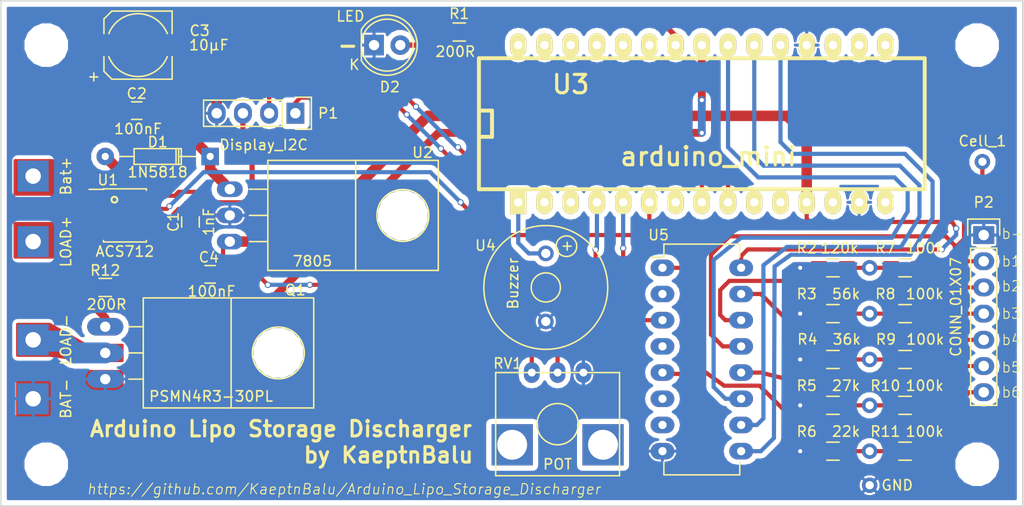
<source format=kicad_pcb>
(kicad_pcb (version 4) (host pcbnew 4.0.4-stable)

  (general
    (links 72)
    (no_connects 0)
    (area 60.292857 106.34 160.687143 163)
    (thickness 1.6)
    (drawings 16)
    (tracks 264)
    (zones 0)
    (modules 42)
    (nets 52)
  )

  (page A4)
  (layers
    (0 F.Cu signal)
    (31 B.Cu signal hide)
    (32 B.Adhes user)
    (33 F.Adhes user)
    (34 B.Paste user)
    (35 F.Paste user)
    (36 B.SilkS user)
    (37 F.SilkS user)
    (38 B.Mask user)
    (39 F.Mask user)
    (40 Dwgs.User user)
    (41 Cmts.User user)
    (42 Eco1.User user)
    (43 Eco2.User user)
    (44 Edge.Cuts user)
    (45 Margin user)
    (46 B.CrtYd user)
    (47 F.CrtYd user)
    (48 B.Fab user)
    (49 F.Fab user)
  )

  (setup
    (last_trace_width 0.4064)
    (user_trace_width 0.508)
    (user_trace_width 0.762)
    (user_trace_width 1.016)
    (user_trace_width 1.524)
    (user_trace_width 2.032)
    (trace_clearance 0.2)
    (zone_clearance 0.508)
    (zone_45_only no)
    (trace_min 0.2)
    (segment_width 0.2)
    (edge_width 0.15)
    (via_size 0.6)
    (via_drill 0.4)
    (via_min_size 0.5)
    (via_min_drill 0.4)
    (uvia_size 0.3)
    (uvia_drill 0.1)
    (uvias_allowed no)
    (uvia_min_size 0.2)
    (uvia_min_drill 0.1)
    (pcb_text_width 0.3)
    (pcb_text_size 1.5 1.5)
    (mod_edge_width 0.15)
    (mod_text_size 1 1)
    (mod_text_width 0.15)
    (pad_size 1.5 1.5)
    (pad_drill 0)
    (pad_to_mask_clearance 0.2)
    (aux_axis_origin 60.96 158.75)
    (visible_elements 7FFFFFFF)
    (pcbplotparams
      (layerselection 0x010f0_80000001)
      (usegerberextensions false)
      (excludeedgelayer true)
      (linewidth 0.100000)
      (plotframeref false)
      (viasonmask false)
      (mode 1)
      (useauxorigin true)
      (hpglpennumber 1)
      (hpglpenspeed 20)
      (hpglpendiameter 15)
      (hpglpenoverlay 2)
      (psnegative false)
      (psa4output false)
      (plotreference true)
      (plotvalue true)
      (plotinvisibletext false)
      (padsonsilk false)
      (subtractmaskfromsilk true)
      (outputformat 1)
      (mirror false)
      (drillshape 0)
      (scaleselection 1)
      (outputdirectory Gerber/))
  )

  (net 0 "")
  (net 1 Bat-)
  (net 2 "Net-(C1-Pad2)")
  (net 3 "Net-(C2-Pad1)")
  (net 4 VCC)
  (net 5 Bat+)
  (net 6 "Net-(D2-Pad2)")
  (net 7 SDA)
  (net 8 SCL)
  (net 9 "Net-(P2-Pad3)")
  (net 10 "Net-(P2-Pad4)")
  (net 11 "Net-(P2-Pad5)")
  (net 12 "Net-(P2-Pad6)")
  (net 13 "Net-(P2-Pad7)")
  (net 14 "Net-(Q1-Pad1)")
  (net 15 D6)
  (net 16 LOAD-)
  (net 17 A2)
  (net 18 "Net-(U3-Pad2)")
  (net 19 "Net-(U3-Pad3)")
  (net 20 "Net-(RV1-Pad2)")
  (net 21 A1)
  (net 22 "Net-(U3-Pad7)")
  (net 23 "Net-(U3-Pad10)")
  (net 24 "Net-(U3-Pad11)")
  (net 25 "Net-(U3-Pad13)")
  (net 26 "Net-(U3-Pad15)")
  (net 27 "Net-(U3-Pad16)")
  (net 28 "Net-(U3-Pad17)")
  (net 29 "Net-(U3-Pad18)")
  (net 30 D2)
  (net 31 D3)
  (net 32 D4)
  (net 33 "Net-(U3-Pad25)")
  (net 34 "Net-(U3-Pad26)")
  (net 35 "Net-(U3-Pad28)")
  (net 36 "Net-(U3-Pad29)")
  (net 37 "Net-(U3-Pad30)")
  (net 38 "Net-(U5-Pad2)")
  (net 39 "Net-(U5-Pad4)")
  (net 40 "Net-(U5-Pad6)")
  (net 41 "Net-(U5-Pad7)")
  (net 42 Input+)
  (net 43 "Net-(R12-Pad1)")
  (net 44 D13)
  (net 45 "Net-(U3-Pad27)")
  (net 46 /Cell_1)
  (net 47 /Cell_2)
  (net 48 /Cell_3)
  (net 49 /Cell_4)
  (net 50 /Cell_5)
  (net 51 /Cell_6)

  (net_class Default "This is the default net class."
    (clearance 0.2)
    (trace_width 0.4064)
    (via_dia 0.6)
    (via_drill 0.4)
    (uvia_dia 0.3)
    (uvia_drill 0.1)
    (add_net /Cell_1)
    (add_net /Cell_2)
    (add_net /Cell_3)
    (add_net /Cell_4)
    (add_net /Cell_5)
    (add_net /Cell_6)
    (add_net A1)
    (add_net A2)
    (add_net Bat+)
    (add_net Bat-)
    (add_net D13)
    (add_net D2)
    (add_net D3)
    (add_net D4)
    (add_net D6)
    (add_net Input+)
    (add_net LOAD-)
    (add_net "Net-(C1-Pad2)")
    (add_net "Net-(C2-Pad1)")
    (add_net "Net-(D2-Pad2)")
    (add_net "Net-(P2-Pad3)")
    (add_net "Net-(P2-Pad4)")
    (add_net "Net-(P2-Pad5)")
    (add_net "Net-(P2-Pad6)")
    (add_net "Net-(P2-Pad7)")
    (add_net "Net-(Q1-Pad1)")
    (add_net "Net-(R12-Pad1)")
    (add_net "Net-(RV1-Pad2)")
    (add_net "Net-(U3-Pad10)")
    (add_net "Net-(U3-Pad11)")
    (add_net "Net-(U3-Pad13)")
    (add_net "Net-(U3-Pad15)")
    (add_net "Net-(U3-Pad16)")
    (add_net "Net-(U3-Pad17)")
    (add_net "Net-(U3-Pad18)")
    (add_net "Net-(U3-Pad2)")
    (add_net "Net-(U3-Pad25)")
    (add_net "Net-(U3-Pad26)")
    (add_net "Net-(U3-Pad27)")
    (add_net "Net-(U3-Pad28)")
    (add_net "Net-(U3-Pad29)")
    (add_net "Net-(U3-Pad3)")
    (add_net "Net-(U3-Pad30)")
    (add_net "Net-(U3-Pad7)")
    (add_net "Net-(U5-Pad2)")
    (add_net "Net-(U5-Pad4)")
    (add_net "Net-(U5-Pad6)")
    (add_net "Net-(U5-Pad7)")
    (add_net SCL)
    (add_net SDA)
    (add_net VCC)
  )

  (net_class Power ""
    (clearance 0.2)
    (trace_width 1)
    (via_dia 0.6)
    (via_drill 0.4)
    (uvia_dia 0.3)
    (uvia_drill 0.1)
  )

  (module Mounting_Holes:MountingHole_3.2mm_M3 (layer F.Cu) (tedit 582B0F9F) (tstamp 5829C56B)
    (at 155.575 154.94)
    (descr "Mounting Hole 3.2mm, no annular, M3")
    (tags "mounting hole 3.2mm no annular m3")
    (fp_text reference REF** (at -11.43 6.985) (layer F.SilkS) hide
      (effects (font (size 1 1) (thickness 0.15)))
    )
    (fp_text value MountingHole_3.2mm_M3 (at -4.445 5.08) (layer F.Fab) hide
      (effects (font (size 1 1) (thickness 0.15)))
    )
    (fp_circle (center 0 0) (end 3.2 0) (layer Cmts.User) (width 0.15))
    (fp_circle (center 0 0) (end 3.45 0) (layer F.CrtYd) (width 0.05))
    (pad 1 np_thru_hole circle (at 0 0) (size 3.2 3.2) (drill 3.2) (layers *.Cu *.Mask))
  )

  (module Mounting_Holes:MountingHole_3.2mm_M3 (layer F.Cu) (tedit 5829E0C0) (tstamp 5829C563)
    (at 65.405 154.94)
    (descr "Mounting Hole 3.2mm, no annular, M3")
    (tags "mounting hole 3.2mm no annular m3")
    (fp_text reference REF** (at -2.54 6.35) (layer F.SilkS) hide
      (effects (font (size 1 1) (thickness 0.15)))
    )
    (fp_text value MountingHole_3.2mm_M3 (at 4.445 5.08 180) (layer F.Fab) hide
      (effects (font (size 1 1) (thickness 0.15)))
    )
    (fp_circle (center 0 0) (end 3.2 0) (layer Cmts.User) (width 0.15))
    (fp_circle (center 0 0) (end 3.45 0) (layer F.CrtYd) (width 0.05))
    (pad 1 np_thru_hole circle (at 0 0) (size 3.2 3.2) (drill 3.2) (layers *.Cu *.Mask))
  )

  (module Mounting_Holes:MountingHole_3.2mm_M3 (layer F.Cu) (tedit 582B0F93) (tstamp 5829C555)
    (at 155.575 114.3)
    (descr "Mounting Hole 3.2mm, no annular, M3")
    (tags "mounting hole 3.2mm no annular m3")
    (fp_text reference REF** (at -12.065 -6.985) (layer F.SilkS) hide
      (effects (font (size 1 1) (thickness 0.15)))
    )
    (fp_text value MountingHole_3.2mm_M3 (at -5.08 -5.715) (layer F.Fab) hide
      (effects (font (size 1 1) (thickness 0.15)))
    )
    (fp_circle (center 0 0) (end 3.2 0) (layer Cmts.User) (width 0.15))
    (fp_circle (center 0 0) (end 3.45 0) (layer F.CrtYd) (width 0.05))
    (pad 1 np_thru_hole circle (at 0 0) (size 3.2 3.2) (drill 3.2) (layers *.Cu *.Mask))
  )

  (module Capacitors_SMD:C_0805_HandSoldering (layer F.Cu) (tedit 582C5C1F) (tstamp 5829B676)
    (at 79.375 131.445 90)
    (descr "Capacitor SMD 0805, hand soldering")
    (tags "capacitor 0805")
    (path /5825AFA6)
    (attr smd)
    (fp_text reference C1 (at 0 -1.651 90) (layer F.SilkS)
      (effects (font (size 1 1) (thickness 0.15)))
    )
    (fp_text value 1nF (at 0 1.778 90) (layer F.SilkS)
      (effects (font (size 1 1) (thickness 0.15)))
    )
    (fp_line (start -1 0.625) (end -1 -0.625) (layer F.Fab) (width 0.15))
    (fp_line (start 1 0.625) (end -1 0.625) (layer F.Fab) (width 0.15))
    (fp_line (start 1 -0.625) (end 1 0.625) (layer F.Fab) (width 0.15))
    (fp_line (start -1 -0.625) (end 1 -0.625) (layer F.Fab) (width 0.15))
    (fp_line (start -2.3 -1) (end 2.3 -1) (layer F.CrtYd) (width 0.05))
    (fp_line (start -2.3 1) (end 2.3 1) (layer F.CrtYd) (width 0.05))
    (fp_line (start -2.3 -1) (end -2.3 1) (layer F.CrtYd) (width 0.05))
    (fp_line (start 2.3 -1) (end 2.3 1) (layer F.CrtYd) (width 0.05))
    (fp_line (start 0.5 -0.85) (end -0.5 -0.85) (layer F.SilkS) (width 0.15))
    (fp_line (start -0.5 0.85) (end 0.5 0.85) (layer F.SilkS) (width 0.15))
    (pad 1 smd rect (at -1.25 0 90) (size 1.5 1.25) (layers F.Cu F.Paste F.Mask)
      (net 1 Bat-))
    (pad 2 smd rect (at 1.25 0 90) (size 1.5 1.25) (layers F.Cu F.Paste F.Mask)
      (net 2 "Net-(C1-Pad2)"))
    (model Capacitors_SMD.3dshapes/C_0805_HandSoldering.wrl
      (at (xyz 0 0 0))
      (scale (xyz 1 1 1))
      (rotate (xyz 0 0 0))
    )
  )

  (module Capacitors_SMD:C_0805_HandSoldering (layer F.Cu) (tedit 582C5AE8) (tstamp 5829B67C)
    (at 74.168 120.65)
    (descr "Capacitor SMD 0805, hand soldering")
    (tags "capacitor 0805")
    (path /58256A81)
    (attr smd)
    (fp_text reference C2 (at 0 -1.651) (layer F.SilkS)
      (effects (font (size 1 1) (thickness 0.15)))
    )
    (fp_text value 100nF (at 0.127 1.778) (layer F.SilkS)
      (effects (font (size 1 1) (thickness 0.15)))
    )
    (fp_line (start -1 0.625) (end -1 -0.625) (layer F.Fab) (width 0.15))
    (fp_line (start 1 0.625) (end -1 0.625) (layer F.Fab) (width 0.15))
    (fp_line (start 1 -0.625) (end 1 0.625) (layer F.Fab) (width 0.15))
    (fp_line (start -1 -0.625) (end 1 -0.625) (layer F.Fab) (width 0.15))
    (fp_line (start -2.3 -1) (end 2.3 -1) (layer F.CrtYd) (width 0.05))
    (fp_line (start -2.3 1) (end 2.3 1) (layer F.CrtYd) (width 0.05))
    (fp_line (start -2.3 -1) (end -2.3 1) (layer F.CrtYd) (width 0.05))
    (fp_line (start 2.3 -1) (end 2.3 1) (layer F.CrtYd) (width 0.05))
    (fp_line (start 0.5 -0.85) (end -0.5 -0.85) (layer F.SilkS) (width 0.15))
    (fp_line (start -0.5 0.85) (end 0.5 0.85) (layer F.SilkS) (width 0.15))
    (pad 1 smd rect (at -1.25 0) (size 1.5 1.25) (layers F.Cu F.Paste F.Mask)
      (net 3 "Net-(C2-Pad1)"))
    (pad 2 smd rect (at 1.25 0) (size 1.5 1.25) (layers F.Cu F.Paste F.Mask)
      (net 1 Bat-))
    (model Capacitors_SMD.3dshapes/C_0805_HandSoldering.wrl
      (at (xyz 0 0 0))
      (scale (xyz 1 1 1))
      (rotate (xyz 0 0 0))
    )
  )

  (module Capacitors_SMD:c_elec_6.3x5.3 (layer F.Cu) (tedit 582C5ADE) (tstamp 5829B682)
    (at 74.295 114.3)
    (descr "SMT capacitor, aluminium electrolytic, 6.3x5.3")
    (path /58256C89)
    (attr smd)
    (fp_text reference C3 (at 5.969 -1.397) (layer F.SilkS)
      (effects (font (size 1 1) (thickness 0.15)))
    )
    (fp_text value 10µF (at 6.858 0) (layer F.SilkS)
      (effects (font (size 1 1) (thickness 0.15)))
    )
    (fp_line (start 3.1496 3.1496) (end 3.1496 -3.1496) (layer F.Fab) (width 0.15))
    (fp_line (start -2.4765 3.1496) (end 3.1496 3.1496) (layer F.Fab) (width 0.15))
    (fp_line (start -3.1496 2.4765) (end -2.4765 3.1496) (layer F.Fab) (width 0.15))
    (fp_line (start -3.1496 -2.4765) (end -3.1496 2.4765) (layer F.Fab) (width 0.15))
    (fp_line (start -2.4765 -3.1496) (end -3.1496 -2.4765) (layer F.Fab) (width 0.15))
    (fp_line (start 3.1496 -3.1496) (end -2.4765 -3.1496) (layer F.Fab) (width 0.15))
    (fp_text user + (at -1.7526 -0.0762) (layer F.Fab)
      (effects (font (size 1 1) (thickness 0.15)))
    )
    (fp_arc (start 0 0) (end 2.8321 1.1176) (angle 136.9700905) (layer F.SilkS) (width 0.15))
    (fp_arc (start 0 0) (end -2.8321 -1.1176) (angle 136.9297483) (layer F.SilkS) (width 0.15))
    (fp_line (start 3.302 3.302) (end 3.302 1.1176) (layer F.SilkS) (width 0.15))
    (fp_line (start 3.302 -3.302) (end 3.302 -1.1176) (layer F.SilkS) (width 0.15))
    (fp_line (start -3.302 2.54) (end -3.302 1.1176) (layer F.SilkS) (width 0.15))
    (fp_line (start -3.302 -2.54) (end -3.302 -1.1176) (layer F.SilkS) (width 0.15))
    (fp_text user + (at -4.2799 3.0099) (layer F.SilkS)
      (effects (font (size 1 1) (thickness 0.15)))
    )
    (fp_line (start 4.85 -3.65) (end -4.85 -3.65) (layer F.CrtYd) (width 0.05))
    (fp_line (start -4.85 -3.65) (end -4.85 3.65) (layer F.CrtYd) (width 0.05))
    (fp_line (start -4.85 3.65) (end 4.85 3.65) (layer F.CrtYd) (width 0.05))
    (fp_line (start 4.85 3.65) (end 4.85 -3.65) (layer F.CrtYd) (width 0.05))
    (fp_line (start 3.302 3.302) (end -2.54 3.302) (layer F.SilkS) (width 0.15))
    (fp_line (start -2.54 3.302) (end -3.302 2.54) (layer F.SilkS) (width 0.15))
    (fp_line (start -3.302 -2.54) (end -2.54 -3.302) (layer F.SilkS) (width 0.15))
    (fp_line (start -2.54 -3.302) (end 3.302 -3.302) (layer F.SilkS) (width 0.15))
    (pad 1 smd rect (at -2.7 0 180) (size 3.5 1.6) (layers F.Cu F.Paste F.Mask)
      (net 3 "Net-(C2-Pad1)"))
    (pad 2 smd rect (at 2.7 0 180) (size 3.5 1.6) (layers F.Cu F.Paste F.Mask)
      (net 1 Bat-))
    (model Capacitors_SMD.3dshapes/c_elec_6.3x5.3.wrl
      (at (xyz 0 0 0))
      (scale (xyz 1 1 1))
      (rotate (xyz 0 0 180))
    )
  )

  (module Capacitors_SMD:C_0805_HandSoldering (layer F.Cu) (tedit 582C5C1C) (tstamp 5829B688)
    (at 81.28 136.525 180)
    (descr "Capacitor SMD 0805, hand soldering")
    (tags "capacitor 0805")
    (path /58256AE4)
    (attr smd)
    (fp_text reference C4 (at 0.127 1.651 180) (layer F.SilkS)
      (effects (font (size 1 1) (thickness 0.15)))
    )
    (fp_text value 100nF (at -0.127 -1.651 180) (layer F.SilkS)
      (effects (font (size 1 1) (thickness 0.15)))
    )
    (fp_line (start -1 0.625) (end -1 -0.625) (layer F.Fab) (width 0.15))
    (fp_line (start 1 0.625) (end -1 0.625) (layer F.Fab) (width 0.15))
    (fp_line (start 1 -0.625) (end 1 0.625) (layer F.Fab) (width 0.15))
    (fp_line (start -1 -0.625) (end 1 -0.625) (layer F.Fab) (width 0.15))
    (fp_line (start -2.3 -1) (end 2.3 -1) (layer F.CrtYd) (width 0.05))
    (fp_line (start -2.3 1) (end 2.3 1) (layer F.CrtYd) (width 0.05))
    (fp_line (start -2.3 -1) (end -2.3 1) (layer F.CrtYd) (width 0.05))
    (fp_line (start 2.3 -1) (end 2.3 1) (layer F.CrtYd) (width 0.05))
    (fp_line (start 0.5 -0.85) (end -0.5 -0.85) (layer F.SilkS) (width 0.15))
    (fp_line (start -0.5 0.85) (end 0.5 0.85) (layer F.SilkS) (width 0.15))
    (pad 1 smd rect (at -1.25 0 180) (size 1.5 1.25) (layers F.Cu F.Paste F.Mask)
      (net 4 VCC))
    (pad 2 smd rect (at 1.25 0 180) (size 1.5 1.25) (layers F.Cu F.Paste F.Mask)
      (net 1 Bat-))
    (model Capacitors_SMD.3dshapes/C_0805_HandSoldering.wrl
      (at (xyz 0 0 0))
      (scale (xyz 1 1 1))
      (rotate (xyz 0 0 0))
    )
  )

  (module Diodes_ThroughHole:Diode_DO-35_SOD27_Horizontal_RM10 (layer F.Cu) (tedit 582C5BE8) (tstamp 5829B68E)
    (at 81.28 125.095 180)
    (descr "Diode, DO-35,  SOD27, Horizontal, RM 10mm")
    (tags "Diode, DO-35, SOD27, Horizontal, RM 10mm, 1N4148,")
    (path /58259120)
    (fp_text reference D1 (at 5.08 1.397 180) (layer F.SilkS)
      (effects (font (size 1 1) (thickness 0.15)))
    )
    (fp_text value 1N5818 (at 5.08 -1.524 180) (layer F.SilkS)
      (effects (font (size 1 1) (thickness 0.15)))
    )
    (fp_line (start 7.36652 -0.00254) (end 8.76352 -0.00254) (layer F.SilkS) (width 0.15))
    (fp_line (start 2.92152 -0.00254) (end 1.39752 -0.00254) (layer F.SilkS) (width 0.15))
    (fp_line (start 3.30252 -0.76454) (end 3.30252 0.75946) (layer F.SilkS) (width 0.15))
    (fp_line (start 3.04852 -0.76454) (end 3.04852 0.75946) (layer F.SilkS) (width 0.15))
    (fp_line (start 2.79452 -0.00254) (end 2.79452 0.75946) (layer F.SilkS) (width 0.15))
    (fp_line (start 2.79452 0.75946) (end 7.36652 0.75946) (layer F.SilkS) (width 0.15))
    (fp_line (start 7.36652 0.75946) (end 7.36652 -0.76454) (layer F.SilkS) (width 0.15))
    (fp_line (start 7.36652 -0.76454) (end 2.79452 -0.76454) (layer F.SilkS) (width 0.15))
    (fp_line (start 2.79452 -0.76454) (end 2.79452 -0.00254) (layer F.SilkS) (width 0.15))
    (pad 2 thru_hole circle (at 10.16052 -0.00254) (size 1.69926 1.69926) (drill 0.70104) (layers *.Cu *.Mask)
      (net 42 Input+))
    (pad 1 thru_hole rect (at 0.00052 -0.00254) (size 1.69926 1.69926) (drill 0.70104) (layers *.Cu *.Mask)
      (net 3 "Net-(C2-Pad1)"))
    (model Diodes_ThroughHole.3dshapes/Diode_DO-35_SOD27_Horizontal_RM10.wrl
      (at (xyz 0.2 0 0))
      (scale (xyz 0.4 0.4 0.4))
      (rotate (xyz 0 0 180))
    )
  )

  (module LEDs:LED-5MM (layer F.Cu) (tedit 582C5C3E) (tstamp 5829B694)
    (at 97.155 114.3)
    (descr "LED 5mm round vertical")
    (tags "LED 5mm round vertical")
    (path /5825F60F)
    (fp_text reference D2 (at 1.524 4.064) (layer F.SilkS)
      (effects (font (size 1 1) (thickness 0.15)))
    )
    (fp_text value LED (at -2.286 -2.794) (layer F.SilkS)
      (effects (font (size 1 1) (thickness 0.15)))
    )
    (fp_line (start -1.5 -1.55) (end -1.5 1.55) (layer F.CrtYd) (width 0.05))
    (fp_arc (start 1.3 0) (end -1.5 1.55) (angle -302) (layer F.CrtYd) (width 0.05))
    (fp_arc (start 1.27 0) (end -1.23 -1.5) (angle 297.5) (layer F.SilkS) (width 0.15))
    (fp_line (start -1.23 1.5) (end -1.23 -1.5) (layer F.SilkS) (width 0.15))
    (fp_circle (center 1.27 0) (end 0.97 -2.5) (layer F.SilkS) (width 0.15))
    (fp_text user K (at -1.905 1.905) (layer F.SilkS)
      (effects (font (size 1 1) (thickness 0.15)))
    )
    (pad 1 thru_hole rect (at 0 0 90) (size 2 1.9) (drill 1.00076) (layers *.Cu *.Mask)
      (net 1 Bat-))
    (pad 2 thru_hole circle (at 2.54 0) (size 1.9 1.9) (drill 1.00076) (layers *.Cu *.Mask)
      (net 6 "Net-(D2-Pad2)"))
    (model LEDs.3dshapes/LED-5MM.wrl
      (at (xyz 0.05 0 0))
      (scale (xyz 1 1 1))
      (rotate (xyz 0 0 90))
    )
  )

  (module Socket_Strips:Socket_Strip_Straight_1x04 (layer F.Cu) (tedit 582C5AD5) (tstamp 5829B69C)
    (at 89.535 120.904 180)
    (descr "Through hole socket strip")
    (tags "socket strip")
    (path /582628A8)
    (fp_text reference P1 (at -3.175 0 180) (layer F.SilkS)
      (effects (font (size 1 1) (thickness 0.15)))
    )
    (fp_text value Display_I2C (at 3.08 -3.065 180) (layer F.SilkS)
      (effects (font (size 1 1) (thickness 0.15)))
    )
    (fp_line (start -1.75 -1.75) (end -1.75 1.75) (layer F.CrtYd) (width 0.05))
    (fp_line (start 9.4 -1.75) (end 9.4 1.75) (layer F.CrtYd) (width 0.05))
    (fp_line (start -1.75 -1.75) (end 9.4 -1.75) (layer F.CrtYd) (width 0.05))
    (fp_line (start -1.75 1.75) (end 9.4 1.75) (layer F.CrtYd) (width 0.05))
    (fp_line (start 1.27 -1.27) (end 8.89 -1.27) (layer F.SilkS) (width 0.15))
    (fp_line (start 1.27 1.27) (end 8.89 1.27) (layer F.SilkS) (width 0.15))
    (fp_line (start -1.55 1.55) (end 0 1.55) (layer F.SilkS) (width 0.15))
    (fp_line (start 8.89 -1.27) (end 8.89 1.27) (layer F.SilkS) (width 0.15))
    (fp_line (start 1.27 1.27) (end 1.27 -1.27) (layer F.SilkS) (width 0.15))
    (fp_line (start 0 -1.55) (end -1.55 -1.55) (layer F.SilkS) (width 0.15))
    (fp_line (start -1.55 -1.55) (end -1.55 1.55) (layer F.SilkS) (width 0.15))
    (pad 1 thru_hole rect (at 0 0 180) (size 1.7272 2.032) (drill 1.016) (layers *.Cu *.Mask)
      (net 7 SDA))
    (pad 2 thru_hole oval (at 2.54 0 180) (size 1.7272 2.032) (drill 1.016) (layers *.Cu *.Mask)
      (net 8 SCL))
    (pad 3 thru_hole oval (at 5.08 0 180) (size 1.7272 2.032) (drill 1.016) (layers *.Cu *.Mask)
      (net 4 VCC))
    (pad 4 thru_hole oval (at 7.62 0 180) (size 1.7272 2.032) (drill 1.016) (layers *.Cu *.Mask)
      (net 1 Bat-))
    (model Socket_Strips.3dshapes/Socket_Strip_Straight_1x04.wrl
      (at (xyz 0.15 0 0))
      (scale (xyz 1 1 1))
      (rotate (xyz 0 0 180))
    )
  )

  (module Pin_Headers:Pin_Header_Straight_1x07 (layer F.Cu) (tedit 582C5C9E) (tstamp 5829B6A7)
    (at 156.21 132.715)
    (descr "Through hole pin header")
    (tags "pin header")
    (path /5824BD1B)
    (fp_text reference P2 (at 0 -3.175) (layer F.SilkS)
      (effects (font (size 1 1) (thickness 0.15)))
    )
    (fp_text value CONN_01X07 (at -2.695 6.97 90) (layer F.SilkS)
      (effects (font (size 1 1) (thickness 0.15)))
    )
    (fp_line (start -1.75 -1.75) (end -1.75 17) (layer F.CrtYd) (width 0.05))
    (fp_line (start 1.75 -1.75) (end 1.75 17) (layer F.CrtYd) (width 0.05))
    (fp_line (start -1.75 -1.75) (end 1.75 -1.75) (layer F.CrtYd) (width 0.05))
    (fp_line (start -1.75 17) (end 1.75 17) (layer F.CrtYd) (width 0.05))
    (fp_line (start 1.27 1.27) (end 1.27 16.51) (layer F.SilkS) (width 0.15))
    (fp_line (start 1.27 16.51) (end -1.27 16.51) (layer F.SilkS) (width 0.15))
    (fp_line (start -1.27 16.51) (end -1.27 1.27) (layer F.SilkS) (width 0.15))
    (fp_line (start 1.55 -1.55) (end 1.55 0) (layer F.SilkS) (width 0.15))
    (fp_line (start 1.27 1.27) (end -1.27 1.27) (layer F.SilkS) (width 0.15))
    (fp_line (start -1.55 0) (end -1.55 -1.55) (layer F.SilkS) (width 0.15))
    (fp_line (start -1.55 -1.55) (end 1.55 -1.55) (layer F.SilkS) (width 0.15))
    (pad 1 thru_hole rect (at 0 0) (size 2.032 1.7272) (drill 1.016) (layers *.Cu *.Mask)
      (net 1 Bat-))
    (pad 2 thru_hole oval (at 0 2.54) (size 2.032 1.7272) (drill 1.016) (layers *.Cu *.Mask)
      (net 46 /Cell_1))
    (pad 3 thru_hole oval (at 0 5.08) (size 2.032 1.7272) (drill 1.016) (layers *.Cu *.Mask)
      (net 9 "Net-(P2-Pad3)"))
    (pad 4 thru_hole oval (at 0 7.62) (size 2.032 1.7272) (drill 1.016) (layers *.Cu *.Mask)
      (net 10 "Net-(P2-Pad4)"))
    (pad 5 thru_hole oval (at 0 10.16) (size 2.032 1.7272) (drill 1.016) (layers *.Cu *.Mask)
      (net 11 "Net-(P2-Pad5)"))
    (pad 6 thru_hole oval (at 0 12.7) (size 2.032 1.7272) (drill 1.016) (layers *.Cu *.Mask)
      (net 12 "Net-(P2-Pad6)"))
    (pad 7 thru_hole oval (at 0 15.24) (size 2.032 1.7272) (drill 1.016) (layers *.Cu *.Mask)
      (net 13 "Net-(P2-Pad7)"))
    (model Pin_Headers.3dshapes/Pin_Header_Straight_1x07.wrl
      (at (xyz 0 -0.3 0))
      (scale (xyz 1 1 1))
      (rotate (xyz 0 0 90))
    )
  )

  (module TO_SOT_Packages_THT:TO-220_Neutral123_Horizontal_LargePads (layer F.Cu) (tedit 582C5C2E) (tstamp 5829B6AF)
    (at 71.12 144.145 270)
    (descr "TO-220, Neutral, Horizontal, Large Pads,")
    (tags "TO-220, Neutral, Horizontal, Large Pads,")
    (path /58255579)
    (fp_text reference Q1 (at -6.096 -18.415 360) (layer F.SilkS)
      (effects (font (size 1 1) (thickness 0.15)))
    )
    (fp_text value PSMN4R3-30PL (at 4.21 -10.25 360) (layer F.SilkS)
      (effects (font (size 1 1) (thickness 0.15)))
    )
    (fp_line (start -2.54 -3.683) (end -2.54 -2.286) (layer F.SilkS) (width 0.15))
    (fp_line (start 0 -3.683) (end 0 -2.286) (layer F.SilkS) (width 0.15))
    (fp_line (start 2.54 -3.683) (end 2.54 -2.286) (layer F.SilkS) (width 0.15))
    (fp_circle (center 0 -16.764) (end 1.778 -14.986) (layer F.SilkS) (width 0.15))
    (fp_line (start 5.334 -12.192) (end 5.334 -20.193) (layer F.SilkS) (width 0.15))
    (fp_line (start 5.334 -20.193) (end -5.334 -20.193) (layer F.SilkS) (width 0.15))
    (fp_line (start -5.334 -20.193) (end -5.334 -12.192) (layer F.SilkS) (width 0.15))
    (fp_line (start 5.334 -3.683) (end 5.334 -12.192) (layer F.SilkS) (width 0.15))
    (fp_line (start 5.334 -12.192) (end -5.334 -12.192) (layer F.SilkS) (width 0.15))
    (fp_line (start -5.334 -12.192) (end -5.334 -3.683) (layer F.SilkS) (width 0.15))
    (fp_line (start 0 -3.683) (end -5.334 -3.683) (layer F.SilkS) (width 0.15))
    (fp_line (start 0 -3.683) (end 5.334 -3.683) (layer F.SilkS) (width 0.15))
    (pad 2 thru_hole oval (at 0 0) (size 3.50012 1.69926) (drill 1.00076) (layers *.Cu *.Mask)
      (net 16 LOAD-))
    (pad 1 thru_hole oval (at -2.54 0) (size 3.50012 1.69926) (drill 1.00076) (layers *.Cu *.Mask)
      (net 14 "Net-(Q1-Pad1)"))
    (pad 3 thru_hole oval (at 2.54 0) (size 3.50012 1.69926) (drill 1.00076) (layers *.Cu *.Mask)
      (net 1 Bat-))
    (pad "" np_thru_hole circle (at 0 -16.764) (size 3.79984 3.79984) (drill 3.79984) (layers *.Cu *.Mask))
    (model TO_SOT_Packages_THT.3dshapes/TO-220_Neutral123_Horizontal_LargePads.wrl
      (at (xyz 0 0 0))
      (scale (xyz 0.3937 0.3937 0.3937))
      (rotate (xyz 0 0 0))
    )
  )

  (module Resistors_SMD:R_0805_HandSoldering (layer F.Cu) (tedit 582C5C4B) (tstamp 5829B6B5)
    (at 105.41 113.03)
    (descr "Resistor SMD 0805, hand soldering")
    (tags "resistor 0805")
    (path /5825FCB1)
    (attr smd)
    (fp_text reference R1 (at 0 -1.778) (layer F.SilkS)
      (effects (font (size 1 1) (thickness 0.15)))
    )
    (fp_text value 200R (at -0.381 1.905) (layer F.SilkS)
      (effects (font (size 1 1) (thickness 0.15)))
    )
    (fp_line (start -2.4 -1) (end 2.4 -1) (layer F.CrtYd) (width 0.05))
    (fp_line (start -2.4 1) (end 2.4 1) (layer F.CrtYd) (width 0.05))
    (fp_line (start -2.4 -1) (end -2.4 1) (layer F.CrtYd) (width 0.05))
    (fp_line (start 2.4 -1) (end 2.4 1) (layer F.CrtYd) (width 0.05))
    (fp_line (start 0.6 0.875) (end -0.6 0.875) (layer F.SilkS) (width 0.15))
    (fp_line (start -0.6 -0.875) (end 0.6 -0.875) (layer F.SilkS) (width 0.15))
    (pad 1 smd rect (at -1.35 0) (size 1.5 1.3) (layers F.Cu F.Paste F.Mask)
      (net 6 "Net-(D2-Pad2)"))
    (pad 2 smd rect (at 1.35 0) (size 1.5 1.3) (layers F.Cu F.Paste F.Mask)
      (net 15 D6))
    (model Resistors_SMD.3dshapes/R_0805_HandSoldering.wrl
      (at (xyz 0 0 0))
      (scale (xyz 1 1 1))
      (rotate (xyz 0 0 0))
    )
  )

  (module Resistors_SMD:R_0805_HandSoldering (layer F.Cu) (tedit 582C5C6E) (tstamp 5829B6BB)
    (at 141.605 135.89 180)
    (descr "Resistor SMD 0805, hand soldering")
    (tags "resistor 0805")
    (path /5824B402)
    (attr smd)
    (fp_text reference R2 (at 2.54 1.905 180) (layer F.SilkS)
      (effects (font (size 1 1) (thickness 0.15)))
    )
    (fp_text value 120k (at -0.635 1.905 180) (layer F.SilkS)
      (effects (font (size 1 1) (thickness 0.15)))
    )
    (fp_line (start -2.4 -1) (end 2.4 -1) (layer F.CrtYd) (width 0.05))
    (fp_line (start -2.4 1) (end 2.4 1) (layer F.CrtYd) (width 0.05))
    (fp_line (start -2.4 -1) (end -2.4 1) (layer F.CrtYd) (width 0.05))
    (fp_line (start 2.4 -1) (end 2.4 1) (layer F.CrtYd) (width 0.05))
    (fp_line (start 0.6 0.875) (end -0.6 0.875) (layer F.SilkS) (width 0.15))
    (fp_line (start -0.6 -0.875) (end 0.6 -0.875) (layer F.SilkS) (width 0.15))
    (pad 1 smd rect (at -1.35 0 180) (size 1.5 1.3) (layers F.Cu F.Paste F.Mask)
      (net 47 /Cell_2))
    (pad 2 smd rect (at 1.35 0 180) (size 1.5 1.3) (layers F.Cu F.Paste F.Mask)
      (net 1 Bat-))
    (model Resistors_SMD.3dshapes/R_0805_HandSoldering.wrl
      (at (xyz 0 0 0))
      (scale (xyz 1 1 1))
      (rotate (xyz 0 0 0))
    )
  )

  (module Resistors_SMD:R_0805_HandSoldering (layer F.Cu) (tedit 582C5C7A) (tstamp 5829B6C1)
    (at 141.605 140.335 180)
    (descr "Resistor SMD 0805, hand soldering")
    (tags "resistor 0805")
    (path /5824C088)
    (attr smd)
    (fp_text reference R3 (at 2.54 1.905 180) (layer F.SilkS)
      (effects (font (size 1 1) (thickness 0.15)))
    )
    (fp_text value 56k (at -1.27 1.905 180) (layer F.SilkS)
      (effects (font (size 1 1) (thickness 0.15)))
    )
    (fp_line (start -2.4 -1) (end 2.4 -1) (layer F.CrtYd) (width 0.05))
    (fp_line (start -2.4 1) (end 2.4 1) (layer F.CrtYd) (width 0.05))
    (fp_line (start -2.4 -1) (end -2.4 1) (layer F.CrtYd) (width 0.05))
    (fp_line (start 2.4 -1) (end 2.4 1) (layer F.CrtYd) (width 0.05))
    (fp_line (start 0.6 0.875) (end -0.6 0.875) (layer F.SilkS) (width 0.15))
    (fp_line (start -0.6 -0.875) (end 0.6 -0.875) (layer F.SilkS) (width 0.15))
    (pad 1 smd rect (at -1.35 0 180) (size 1.5 1.3) (layers F.Cu F.Paste F.Mask)
      (net 48 /Cell_3))
    (pad 2 smd rect (at 1.35 0 180) (size 1.5 1.3) (layers F.Cu F.Paste F.Mask)
      (net 1 Bat-))
    (model Resistors_SMD.3dshapes/R_0805_HandSoldering.wrl
      (at (xyz 0 0 0))
      (scale (xyz 1 1 1))
      (rotate (xyz 0 0 0))
    )
  )

  (module Resistors_SMD:R_0805_HandSoldering (layer F.Cu) (tedit 582C5C82) (tstamp 5829B6C7)
    (at 141.605 144.78 180)
    (descr "Resistor SMD 0805, hand soldering")
    (tags "resistor 0805")
    (path /5824C0BE)
    (attr smd)
    (fp_text reference R4 (at 2.475 1.95 180) (layer F.SilkS)
      (effects (font (size 1 1) (thickness 0.15)))
    )
    (fp_text value 36k (at -1.335 1.95 180) (layer F.SilkS)
      (effects (font (size 1 1) (thickness 0.15)))
    )
    (fp_line (start -2.4 -1) (end 2.4 -1) (layer F.CrtYd) (width 0.05))
    (fp_line (start -2.4 1) (end 2.4 1) (layer F.CrtYd) (width 0.05))
    (fp_line (start -2.4 -1) (end -2.4 1) (layer F.CrtYd) (width 0.05))
    (fp_line (start 2.4 -1) (end 2.4 1) (layer F.CrtYd) (width 0.05))
    (fp_line (start 0.6 0.875) (end -0.6 0.875) (layer F.SilkS) (width 0.15))
    (fp_line (start -0.6 -0.875) (end 0.6 -0.875) (layer F.SilkS) (width 0.15))
    (pad 1 smd rect (at -1.35 0 180) (size 1.5 1.3) (layers F.Cu F.Paste F.Mask)
      (net 49 /Cell_4))
    (pad 2 smd rect (at 1.35 0 180) (size 1.5 1.3) (layers F.Cu F.Paste F.Mask)
      (net 1 Bat-))
    (model Resistors_SMD.3dshapes/R_0805_HandSoldering.wrl
      (at (xyz 0 0 0))
      (scale (xyz 1 1 1))
      (rotate (xyz 0 0 0))
    )
  )

  (module Resistors_SMD:R_0805_HandSoldering (layer F.Cu) (tedit 582C5C89) (tstamp 5829B6CD)
    (at 141.605 149.225 180)
    (descr "Resistor SMD 0805, hand soldering")
    (tags "resistor 0805")
    (path /5824C122)
    (attr smd)
    (fp_text reference R5 (at 2.54 1.905 180) (layer F.SilkS)
      (effects (font (size 1 1) (thickness 0.15)))
    )
    (fp_text value 27k (at -1.27 1.905 180) (layer F.SilkS)
      (effects (font (size 1 1) (thickness 0.15)))
    )
    (fp_line (start -2.4 -1) (end 2.4 -1) (layer F.CrtYd) (width 0.05))
    (fp_line (start -2.4 1) (end 2.4 1) (layer F.CrtYd) (width 0.05))
    (fp_line (start -2.4 -1) (end -2.4 1) (layer F.CrtYd) (width 0.05))
    (fp_line (start 2.4 -1) (end 2.4 1) (layer F.CrtYd) (width 0.05))
    (fp_line (start 0.6 0.875) (end -0.6 0.875) (layer F.SilkS) (width 0.15))
    (fp_line (start -0.6 -0.875) (end 0.6 -0.875) (layer F.SilkS) (width 0.15))
    (pad 1 smd rect (at -1.35 0 180) (size 1.5 1.3) (layers F.Cu F.Paste F.Mask)
      (net 50 /Cell_5))
    (pad 2 smd rect (at 1.35 0 180) (size 1.5 1.3) (layers F.Cu F.Paste F.Mask)
      (net 1 Bat-))
    (model Resistors_SMD.3dshapes/R_0805_HandSoldering.wrl
      (at (xyz 0 0 0))
      (scale (xyz 1 1 1))
      (rotate (xyz 0 0 0))
    )
  )

  (module Resistors_SMD:R_0805_HandSoldering (layer F.Cu) (tedit 582C5C92) (tstamp 5829B6D3)
    (at 141.605 153.67 180)
    (descr "Resistor SMD 0805, hand soldering")
    (tags "resistor 0805")
    (path /5824C18C)
    (attr smd)
    (fp_text reference R6 (at 2.54 1.905 180) (layer F.SilkS)
      (effects (font (size 1 1) (thickness 0.15)))
    )
    (fp_text value 22k (at -1.27 1.905 180) (layer F.SilkS)
      (effects (font (size 1 1) (thickness 0.15)))
    )
    (fp_line (start -2.4 -1) (end 2.4 -1) (layer F.CrtYd) (width 0.05))
    (fp_line (start -2.4 1) (end 2.4 1) (layer F.CrtYd) (width 0.05))
    (fp_line (start -2.4 -1) (end -2.4 1) (layer F.CrtYd) (width 0.05))
    (fp_line (start 2.4 -1) (end 2.4 1) (layer F.CrtYd) (width 0.05))
    (fp_line (start 0.6 0.875) (end -0.6 0.875) (layer F.SilkS) (width 0.15))
    (fp_line (start -0.6 -0.875) (end 0.6 -0.875) (layer F.SilkS) (width 0.15))
    (pad 1 smd rect (at -1.35 0 180) (size 1.5 1.3) (layers F.Cu F.Paste F.Mask)
      (net 51 /Cell_6))
    (pad 2 smd rect (at 1.35 0 180) (size 1.5 1.3) (layers F.Cu F.Paste F.Mask)
      (net 1 Bat-))
    (model Resistors_SMD.3dshapes/R_0805_HandSoldering.wrl
      (at (xyz 0 0 0))
      (scale (xyz 1 1 1))
      (rotate (xyz 0 0 0))
    )
  )

  (module Resistors_SMD:R_0805_HandSoldering (layer F.Cu) (tedit 582C5C73) (tstamp 5829B6D9)
    (at 148.59 135.89 180)
    (descr "Resistor SMD 0805, hand soldering")
    (tags "resistor 0805")
    (path /5824B575)
    (attr smd)
    (fp_text reference R7 (at 1.905 1.905 180) (layer F.SilkS)
      (effects (font (size 1 1) (thickness 0.15)))
    )
    (fp_text value 100k (at -1.905 1.905 180) (layer F.SilkS)
      (effects (font (size 1 1) (thickness 0.15)))
    )
    (fp_line (start -2.4 -1) (end 2.4 -1) (layer F.CrtYd) (width 0.05))
    (fp_line (start -2.4 1) (end 2.4 1) (layer F.CrtYd) (width 0.05))
    (fp_line (start -2.4 -1) (end -2.4 1) (layer F.CrtYd) (width 0.05))
    (fp_line (start 2.4 -1) (end 2.4 1) (layer F.CrtYd) (width 0.05))
    (fp_line (start 0.6 0.875) (end -0.6 0.875) (layer F.SilkS) (width 0.15))
    (fp_line (start -0.6 -0.875) (end 0.6 -0.875) (layer F.SilkS) (width 0.15))
    (pad 1 smd rect (at -1.35 0 180) (size 1.5 1.3) (layers F.Cu F.Paste F.Mask)
      (net 9 "Net-(P2-Pad3)"))
    (pad 2 smd rect (at 1.35 0 180) (size 1.5 1.3) (layers F.Cu F.Paste F.Mask)
      (net 47 /Cell_2))
    (model Resistors_SMD.3dshapes/R_0805_HandSoldering.wrl
      (at (xyz 0 0 0))
      (scale (xyz 1 1 1))
      (rotate (xyz 0 0 0))
    )
  )

  (module Resistors_SMD:R_0805_HandSoldering (layer F.Cu) (tedit 582C5C7E) (tstamp 5829B6DF)
    (at 148.59 140.335 180)
    (descr "Resistor SMD 0805, hand soldering")
    (tags "resistor 0805")
    (path /5824BE9B)
    (attr smd)
    (fp_text reference R8 (at 1.905 1.905 180) (layer F.SilkS)
      (effects (font (size 1 1) (thickness 0.15)))
    )
    (fp_text value 100k (at -1.905 1.905 180) (layer F.SilkS)
      (effects (font (size 1 1) (thickness 0.15)))
    )
    (fp_line (start -2.4 -1) (end 2.4 -1) (layer F.CrtYd) (width 0.05))
    (fp_line (start -2.4 1) (end 2.4 1) (layer F.CrtYd) (width 0.05))
    (fp_line (start -2.4 -1) (end -2.4 1) (layer F.CrtYd) (width 0.05))
    (fp_line (start 2.4 -1) (end 2.4 1) (layer F.CrtYd) (width 0.05))
    (fp_line (start 0.6 0.875) (end -0.6 0.875) (layer F.SilkS) (width 0.15))
    (fp_line (start -0.6 -0.875) (end 0.6 -0.875) (layer F.SilkS) (width 0.15))
    (pad 1 smd rect (at -1.35 0 180) (size 1.5 1.3) (layers F.Cu F.Paste F.Mask)
      (net 10 "Net-(P2-Pad4)"))
    (pad 2 smd rect (at 1.35 0 180) (size 1.5 1.3) (layers F.Cu F.Paste F.Mask)
      (net 48 /Cell_3))
    (model Resistors_SMD.3dshapes/R_0805_HandSoldering.wrl
      (at (xyz 0 0 0))
      (scale (xyz 1 1 1))
      (rotate (xyz 0 0 0))
    )
  )

  (module Resistors_SMD:R_0805_HandSoldering (layer F.Cu) (tedit 582C5C85) (tstamp 5829B6E5)
    (at 148.59 144.78 180)
    (descr "Resistor SMD 0805, hand soldering")
    (tags "resistor 0805")
    (path /5824BEE5)
    (attr smd)
    (fp_text reference R9 (at 1.855 1.95 180) (layer F.SilkS)
      (effects (font (size 1 1) (thickness 0.15)))
    )
    (fp_text value 100k (at -1.955 1.95 180) (layer F.SilkS)
      (effects (font (size 1 1) (thickness 0.15)))
    )
    (fp_line (start -2.4 -1) (end 2.4 -1) (layer F.CrtYd) (width 0.05))
    (fp_line (start -2.4 1) (end 2.4 1) (layer F.CrtYd) (width 0.05))
    (fp_line (start -2.4 -1) (end -2.4 1) (layer F.CrtYd) (width 0.05))
    (fp_line (start 2.4 -1) (end 2.4 1) (layer F.CrtYd) (width 0.05))
    (fp_line (start 0.6 0.875) (end -0.6 0.875) (layer F.SilkS) (width 0.15))
    (fp_line (start -0.6 -0.875) (end 0.6 -0.875) (layer F.SilkS) (width 0.15))
    (pad 1 smd rect (at -1.35 0 180) (size 1.5 1.3) (layers F.Cu F.Paste F.Mask)
      (net 11 "Net-(P2-Pad5)"))
    (pad 2 smd rect (at 1.35 0 180) (size 1.5 1.3) (layers F.Cu F.Paste F.Mask)
      (net 49 /Cell_4))
    (model Resistors_SMD.3dshapes/R_0805_HandSoldering.wrl
      (at (xyz 0 0 0))
      (scale (xyz 1 1 1))
      (rotate (xyz 0 0 0))
    )
  )

  (module Resistors_SMD:R_0805_HandSoldering (layer F.Cu) (tedit 582C5C8D) (tstamp 5829B6EB)
    (at 148.59 149.225 180)
    (descr "Resistor SMD 0805, hand soldering")
    (tags "resistor 0805")
    (path /5824BF12)
    (attr smd)
    (fp_text reference R10 (at 1.905 1.905 180) (layer F.SilkS)
      (effects (font (size 1 1) (thickness 0.15)))
    )
    (fp_text value 100k (at -1.905 1.905 180) (layer F.SilkS)
      (effects (font (size 1 1) (thickness 0.15)))
    )
    (fp_line (start -2.4 -1) (end 2.4 -1) (layer F.CrtYd) (width 0.05))
    (fp_line (start -2.4 1) (end 2.4 1) (layer F.CrtYd) (width 0.05))
    (fp_line (start -2.4 -1) (end -2.4 1) (layer F.CrtYd) (width 0.05))
    (fp_line (start 2.4 -1) (end 2.4 1) (layer F.CrtYd) (width 0.05))
    (fp_line (start 0.6 0.875) (end -0.6 0.875) (layer F.SilkS) (width 0.15))
    (fp_line (start -0.6 -0.875) (end 0.6 -0.875) (layer F.SilkS) (width 0.15))
    (pad 1 smd rect (at -1.35 0 180) (size 1.5 1.3) (layers F.Cu F.Paste F.Mask)
      (net 12 "Net-(P2-Pad6)"))
    (pad 2 smd rect (at 1.35 0 180) (size 1.5 1.3) (layers F.Cu F.Paste F.Mask)
      (net 50 /Cell_5))
    (model Resistors_SMD.3dshapes/R_0805_HandSoldering.wrl
      (at (xyz 0 0 0))
      (scale (xyz 1 1 1))
      (rotate (xyz 0 0 0))
    )
  )

  (module Resistors_SMD:R_0805_HandSoldering (layer F.Cu) (tedit 582C5C96) (tstamp 5829B6F1)
    (at 148.59 153.67 180)
    (descr "Resistor SMD 0805, hand soldering")
    (tags "resistor 0805")
    (path /5824BF42)
    (attr smd)
    (fp_text reference R11 (at 1.905 1.905 180) (layer F.SilkS)
      (effects (font (size 1 1) (thickness 0.15)))
    )
    (fp_text value 100k (at -1.905 1.905 180) (layer F.SilkS)
      (effects (font (size 1 1) (thickness 0.15)))
    )
    (fp_line (start -2.4 -1) (end 2.4 -1) (layer F.CrtYd) (width 0.05))
    (fp_line (start -2.4 1) (end 2.4 1) (layer F.CrtYd) (width 0.05))
    (fp_line (start -2.4 -1) (end -2.4 1) (layer F.CrtYd) (width 0.05))
    (fp_line (start 2.4 -1) (end 2.4 1) (layer F.CrtYd) (width 0.05))
    (fp_line (start 0.6 0.875) (end -0.6 0.875) (layer F.SilkS) (width 0.15))
    (fp_line (start -0.6 -0.875) (end 0.6 -0.875) (layer F.SilkS) (width 0.15))
    (pad 1 smd rect (at -1.35 0 180) (size 1.5 1.3) (layers F.Cu F.Paste F.Mask)
      (net 13 "Net-(P2-Pad7)"))
    (pad 2 smd rect (at 1.35 0 180) (size 1.5 1.3) (layers F.Cu F.Paste F.Mask)
      (net 51 /Cell_6))
    (model Resistors_SMD.3dshapes/R_0805_HandSoldering.wrl
      (at (xyz 0 0 0))
      (scale (xyz 1 1 1))
      (rotate (xyz 0 0 0))
    )
  )

  (module pots_own:RK09K1130A5R (layer F.Cu) (tedit 582C5C60) (tstamp 5829B6FA)
    (at 114.935 146.05 180)
    (path /58252D98)
    (fp_text reference RV1 (at 4.826 0.889 180) (layer F.SilkS)
      (effects (font (size 1 1) (thickness 0.15)))
    )
    (fp_text value POT (at 0 -8.89 180) (layer F.SilkS)
      (effects (font (size 1 1) (thickness 0.15)))
    )
    (fp_circle (center 0 -5) (end 0 -3) (layer F.SilkS) (width 0.15))
    (fp_line (start -6 0) (end -6 -10) (layer F.SilkS) (width 0.15))
    (fp_line (start -6 -10) (end 6 -10) (layer F.SilkS) (width 0.15))
    (fp_line (start 6 -10) (end 6 0) (layer F.SilkS) (width 0.15))
    (fp_line (start 6 0) (end -6 0) (layer F.SilkS) (width 0.15))
    (pad 1 thru_hole oval (at -2.5 0 180) (size 1.524 2) (drill 0.762) (layers *.Cu *.Mask)
      (net 1 Bat-))
    (pad 2 thru_hole oval (at 0 0 180) (size 1.524 2) (drill 0.762) (layers *.Cu *.Mask)
      (net 20 "Net-(RV1-Pad2)"))
    (pad 3 thru_hole oval (at 2.5 0 180) (size 1.524 2) (drill 0.762) (layers *.Cu *.Mask)
      (net 4 VCC))
    (pad "" np_thru_hole rect (at 4.4 -7 180) (size 4 4) (drill 2.9) (layers *.Cu *.Mask))
    (pad "" np_thru_hole rect (at -4.4 -7 180) (size 4 4) (drill 2.9) (layers *.Cu *.Mask))
  )

  (module Housings_SOIC:SOIC-8_3.9x4.9mm_Pitch1.27mm (layer F.Cu) (tedit 582C5C16) (tstamp 5829B706)
    (at 73.025 130.81)
    (descr "8-Lead Plastic Small Outline (SN) - Narrow, 3.90 mm Body [SOIC] (see Microchip Packaging Specification 00000049BS.pdf)")
    (tags "SOIC 1.27")
    (path /5825A878)
    (attr smd)
    (fp_text reference U1 (at -1.651 -3.429) (layer F.SilkS)
      (effects (font (size 1 1) (thickness 0.15)))
    )
    (fp_text value ACS712 (at 0 3.5) (layer F.SilkS)
      (effects (font (size 1 1) (thickness 0.15)))
    )
    (fp_line (start -0.95 -2.45) (end 1.95 -2.45) (layer F.Fab) (width 0.15))
    (fp_line (start 1.95 -2.45) (end 1.95 2.45) (layer F.Fab) (width 0.15))
    (fp_line (start 1.95 2.45) (end -1.95 2.45) (layer F.Fab) (width 0.15))
    (fp_line (start -1.95 2.45) (end -1.95 -1.45) (layer F.Fab) (width 0.15))
    (fp_line (start -1.95 -1.45) (end -0.95 -2.45) (layer F.Fab) (width 0.15))
    (fp_line (start -3.75 -2.75) (end -3.75 2.75) (layer F.CrtYd) (width 0.05))
    (fp_line (start 3.75 -2.75) (end 3.75 2.75) (layer F.CrtYd) (width 0.05))
    (fp_line (start -3.75 -2.75) (end 3.75 -2.75) (layer F.CrtYd) (width 0.05))
    (fp_line (start -3.75 2.75) (end 3.75 2.75) (layer F.CrtYd) (width 0.05))
    (fp_line (start -2.075 -2.575) (end -2.075 -2.525) (layer F.SilkS) (width 0.15))
    (fp_line (start 2.075 -2.575) (end 2.075 -2.43) (layer F.SilkS) (width 0.15))
    (fp_line (start 2.075 2.575) (end 2.075 2.43) (layer F.SilkS) (width 0.15))
    (fp_line (start -2.075 2.575) (end -2.075 2.43) (layer F.SilkS) (width 0.15))
    (fp_line (start -2.075 -2.575) (end 2.075 -2.575) (layer F.SilkS) (width 0.15))
    (fp_line (start -2.075 2.575) (end 2.075 2.575) (layer F.SilkS) (width 0.15))
    (fp_line (start -2.075 -2.525) (end -3.475 -2.525) (layer F.SilkS) (width 0.15))
    (pad 1 smd rect (at -2.7 -1.905) (size 1.55 0.6) (layers F.Cu F.Paste F.Mask)
      (net 5 Bat+))
    (pad 2 smd rect (at -2.7 -0.635) (size 1.55 0.6) (layers F.Cu F.Paste F.Mask)
      (net 5 Bat+))
    (pad 3 smd rect (at -2.7 0.635) (size 1.55 0.6) (layers F.Cu F.Paste F.Mask)
      (net 42 Input+))
    (pad 4 smd rect (at -2.7 1.905) (size 1.55 0.6) (layers F.Cu F.Paste F.Mask)
      (net 42 Input+))
    (pad 5 smd rect (at 2.7 1.905) (size 1.55 0.6) (layers F.Cu F.Paste F.Mask)
      (net 1 Bat-))
    (pad 6 smd rect (at 2.7 0.635) (size 1.55 0.6) (layers F.Cu F.Paste F.Mask)
      (net 2 "Net-(C1-Pad2)"))
    (pad 7 smd rect (at 2.7 -0.635) (size 1.55 0.6) (layers F.Cu F.Paste F.Mask)
      (net 17 A2))
    (pad 8 smd rect (at 2.7 -1.905) (size 1.55 0.6) (layers F.Cu F.Paste F.Mask)
      (net 4 VCC))
    (model Housings_SOIC.3dshapes/SOIC-8_3.9x4.9mm_Pitch1.27mm.wrl
      (at (xyz 0 0 0))
      (scale (xyz 1 1 1))
      (rotate (xyz 0 0 0))
    )
  )

  (module pots_own:TO-220_7805_Horizontal (layer F.Cu) (tedit 582C5C38) (tstamp 5829B70E)
    (at 83.185 130.81 270)
    (descr "TO-220, Neutral, Horizontal,")
    (tags "TO-220, Neutral, Horizontal,")
    (path /5825680A)
    (fp_text reference U2 (at -6.096 -18.669 360) (layer F.SilkS)
      (effects (font (size 1 1) (thickness 0.15)))
    )
    (fp_text value 7805 (at 4.445 -8.001 360) (layer F.SilkS)
      (effects (font (size 1 1) (thickness 0.15)))
    )
    (fp_circle (center 0 -16.764) (end 1.778 -14.986) (layer F.SilkS) (width 0.15))
    (fp_line (start -2.54 -3.683) (end -2.54 -1.905) (layer F.SilkS) (width 0.15))
    (fp_line (start 0 -3.683) (end 0 -1.905) (layer F.SilkS) (width 0.15))
    (fp_line (start 2.54 -3.683) (end 2.54 -1.905) (layer F.SilkS) (width 0.15))
    (fp_line (start 5.334 -12.192) (end 5.334 -20.193) (layer F.SilkS) (width 0.15))
    (fp_line (start 5.334 -20.193) (end -5.334 -20.193) (layer F.SilkS) (width 0.15))
    (fp_line (start -5.334 -20.193) (end -5.334 -12.192) (layer F.SilkS) (width 0.15))
    (fp_line (start 5.334 -3.683) (end 5.334 -12.192) (layer F.SilkS) (width 0.15))
    (fp_line (start 5.334 -12.192) (end -5.334 -12.192) (layer F.SilkS) (width 0.15))
    (fp_line (start -5.334 -12.192) (end -5.334 -3.683) (layer F.SilkS) (width 0.15))
    (fp_line (start 0 -3.683) (end -5.334 -3.683) (layer F.SilkS) (width 0.15))
    (fp_line (start 0 -3.683) (end 5.334 -3.683) (layer F.SilkS) (width 0.15))
    (pad GND thru_hole oval (at 0 0) (size 2.49936 1.50114) (drill 1.00076) (layers *.Cu *.Mask)
      (net 1 Bat-))
    (pad VI thru_hole oval (at -2.54 0) (size 2.49936 1.50114) (drill 1.00076) (layers *.Cu *.Mask)
      (net 3 "Net-(C2-Pad1)"))
    (pad VO thru_hole oval (at 2.54 0) (size 2.49936 1.50114) (drill 1.00076) (layers *.Cu *.Mask)
      (net 4 VCC))
    (pad "" np_thru_hole circle (at 0 -16.764) (size 3.79984 3.79984) (drill 3.79984) (layers *.Cu *.Mask))
    (model TO_SOT_Packages_THT.3dshapes/TO-220_Neutral123_Horizontal.wrl
      (at (xyz 0 0 0))
      (scale (xyz 0.3937 0.3937 0.3937))
      (rotate (xyz 0 0 0))
    )
  )

  (module arduino:arduino_mini (layer F.Cu) (tedit 582C5061) (tstamp 5829B730)
    (at 130.175 121.92)
    (descr "30 pins DIL package, elliptical pads, width 600mil (arduino mini)")
    (tags "DIL arduino mini")
    (path /5824B704)
    (fp_text reference U3 (at -13.97 -3.81) (layer F.SilkS)
      (effects (font (size 1.778 1.778) (thickness 0.3048)))
    )
    (fp_text value arduino_mini (at -0.635 3.175) (layer F.SilkS)
      (effects (font (size 1.778 1.778) (thickness 0.3048)))
    )
    (fp_line (start -22.86 -6.35) (end 20.32 -6.35) (layer F.SilkS) (width 0.381))
    (fp_line (start 20.32 -6.35) (end 20.32 6.35) (layer F.SilkS) (width 0.381))
    (fp_line (start 20.32 6.35) (end -22.86 6.35) (layer F.SilkS) (width 0.381))
    (fp_line (start -22.86 6.35) (end -22.86 -6.35) (layer F.SilkS) (width 0.381))
    (fp_line (start -22.86 1.27) (end -21.59 1.27) (layer F.SilkS) (width 0.381))
    (fp_line (start -21.59 1.27) (end -21.59 -1.27) (layer F.SilkS) (width 0.381))
    (fp_line (start -21.59 -1.27) (end -22.86 -1.27) (layer F.SilkS) (width 0.381))
    (pad 1 thru_hole rect (at -19.05 7.62) (size 1.5748 2.286) (drill 0.8128) (layers *.Cu *.Mask F.SilkS)
      (net 44 D13))
    (pad 2 thru_hole oval (at -16.51 7.62) (size 1.5748 2.286) (drill 0.8128) (layers *.Cu *.Mask F.SilkS)
      (net 18 "Net-(U3-Pad2)"))
    (pad 3 thru_hole oval (at -13.97 7.62) (size 1.5748 2.286) (drill 0.8128) (layers *.Cu *.Mask F.SilkS)
      (net 19 "Net-(U3-Pad3)"))
    (pad 4 thru_hole oval (at -11.43 7.62) (size 1.5748 2.286) (drill 0.8128) (layers *.Cu *.Mask F.SilkS)
      (net 20 "Net-(RV1-Pad2)"))
    (pad 5 thru_hole oval (at -8.89 7.62) (size 1.5748 2.286) (drill 0.8128) (layers *.Cu *.Mask F.SilkS)
      (net 21 A1))
    (pad 6 thru_hole oval (at -6.35 7.62) (size 1.5748 2.286) (drill 0.8128) (layers *.Cu *.Mask F.SilkS)
      (net 17 A2))
    (pad 7 thru_hole oval (at -3.81 7.62) (size 1.5748 2.286) (drill 0.8128) (layers *.Cu *.Mask F.SilkS)
      (net 22 "Net-(U3-Pad7)"))
    (pad 8 thru_hole oval (at -1.27 7.62) (size 1.5748 2.286) (drill 0.8128) (layers *.Cu *.Mask F.SilkS)
      (net 7 SDA))
    (pad 9 thru_hole oval (at 1.27 7.62) (size 1.5748 2.286) (drill 0.8128) (layers *.Cu *.Mask F.SilkS)
      (net 8 SCL))
    (pad 10 thru_hole oval (at 3.81 7.62) (size 1.5748 2.286) (drill 0.8128) (layers *.Cu *.Mask F.SilkS)
      (net 23 "Net-(U3-Pad10)"))
    (pad 11 thru_hole oval (at 6.35 7.62) (size 1.5748 2.286) (drill 0.8128) (layers *.Cu *.Mask F.SilkS)
      (net 24 "Net-(U3-Pad11)"))
    (pad 12 thru_hole oval (at 8.89 7.62) (size 1.5748 2.286) (drill 0.8128) (layers *.Cu *.Mask F.SilkS)
      (net 4 VCC))
    (pad 13 thru_hole oval (at 11.43 7.62) (size 1.5748 2.286) (drill 0.8128) (layers *.Cu *.Mask F.SilkS)
      (net 25 "Net-(U3-Pad13)"))
    (pad 14 thru_hole oval (at 13.97 7.62) (size 1.5748 2.286) (drill 0.8128) (layers *.Cu *.Mask F.SilkS)
      (net 1 Bat-))
    (pad 15 thru_hole oval (at 16.51 7.62) (size 1.5748 2.286) (drill 0.8128) (layers *.Cu *.Mask F.SilkS)
      (net 26 "Net-(U3-Pad15)"))
    (pad 16 thru_hole oval (at 16.51 -7.62) (size 1.5748 2.286) (drill 0.8128) (layers *.Cu *.Mask F.SilkS)
      (net 27 "Net-(U3-Pad16)"))
    (pad 17 thru_hole oval (at 13.97 -7.62) (size 1.5748 2.286) (drill 0.8128) (layers *.Cu *.Mask F.SilkS)
      (net 28 "Net-(U3-Pad17)"))
    (pad 18 thru_hole oval (at 11.43 -7.62) (size 1.5748 2.286) (drill 0.8128) (layers *.Cu *.Mask F.SilkS)
      (net 29 "Net-(U3-Pad18)"))
    (pad 19 thru_hole oval (at 8.89 -7.62) (size 1.5748 2.286) (drill 0.8128) (layers *.Cu *.Mask F.SilkS)
      (net 1 Bat-))
    (pad 20 thru_hole oval (at 6.35 -7.62) (size 1.5748 2.286) (drill 0.8128) (layers *.Cu *.Mask F.SilkS)
      (net 30 D2))
    (pad 21 thru_hole oval (at 3.81 -7.62) (size 1.5748 2.286) (drill 0.8128) (layers *.Cu *.Mask F.SilkS)
      (net 31 D3))
    (pad 22 thru_hole oval (at 1.27 -7.62) (size 1.5748 2.286) (drill 0.8128) (layers *.Cu *.Mask F.SilkS)
      (net 32 D4))
    (pad 23 thru_hole oval (at -1.27 -7.62) (size 1.5748 2.286) (drill 0.8128) (layers *.Cu *.Mask F.SilkS)
      (net 43 "Net-(R12-Pad1)"))
    (pad 24 thru_hole oval (at -3.81 -7.62) (size 1.5748 2.286) (drill 0.8128) (layers *.Cu *.Mask F.SilkS)
      (net 15 D6))
    (pad 25 thru_hole oval (at -6.35 -7.62) (size 1.5748 2.286) (drill 0.8128) (layers *.Cu *.Mask F.SilkS)
      (net 33 "Net-(U3-Pad25)"))
    (pad 26 thru_hole oval (at -8.89 -7.62) (size 1.5748 2.286) (drill 0.8128) (layers *.Cu *.Mask F.SilkS)
      (net 34 "Net-(U3-Pad26)"))
    (pad 27 thru_hole oval (at -11.43 -7.62) (size 1.5748 2.286) (drill 0.8128) (layers *.Cu *.Mask F.SilkS)
      (net 45 "Net-(U3-Pad27)"))
    (pad 28 thru_hole oval (at -13.97 -7.62) (size 1.5748 2.286) (drill 0.8128) (layers *.Cu *.Mask F.SilkS)
      (net 35 "Net-(U3-Pad28)"))
    (pad 29 thru_hole oval (at -16.51 -7.62) (size 1.5748 2.286) (drill 0.8128) (layers *.Cu *.Mask F.SilkS)
      (net 36 "Net-(U3-Pad29)"))
    (pad 30 thru_hole oval (at -19.05 -7.62) (size 1.5748 2.286) (drill 0.8128) (layers *.Cu *.Mask F.SilkS)
      (net 37 "Net-(U3-Pad30)"))
    (model arduino_nano.wrl
      (at (xyz -0.978 -0.385 0))
      (scale (xyz 0.3937 0.3937 0.3937))
      (rotate (xyz 0 0 0))
    )
  )

  (module Housings_DIP:DIP-16_W7.62mm_LongPads (layer F.Cu) (tedit 582C3FE0) (tstamp 5829B744)
    (at 125.095 135.89)
    (descr "16-lead dip package, row spacing 7.62 mm (300 mils), longer pads")
    (tags "dil dip 2.54 300")
    (path /5824A848)
    (fp_text reference U5 (at -0.381 -3.175) (layer F.SilkS)
      (effects (font (size 1 1) (thickness 0.15)))
    )
    (fp_text value 4051 (at 3.81 -3.175) (layer F.Fab)
      (effects (font (size 1 1) (thickness 0.15)))
    )
    (fp_line (start -1.4 -2.45) (end -1.4 20.25) (layer F.CrtYd) (width 0.05))
    (fp_line (start 9 -2.45) (end 9 20.25) (layer F.CrtYd) (width 0.05))
    (fp_line (start -1.4 -2.45) (end 9 -2.45) (layer F.CrtYd) (width 0.05))
    (fp_line (start -1.4 20.25) (end 9 20.25) (layer F.CrtYd) (width 0.05))
    (fp_line (start 0.135 -2.295) (end 0.135 -1.025) (layer F.SilkS) (width 0.15))
    (fp_line (start 7.485 -2.295) (end 7.485 -1.025) (layer F.SilkS) (width 0.15))
    (fp_line (start 7.485 20.075) (end 7.485 18.805) (layer F.SilkS) (width 0.15))
    (fp_line (start 0.135 20.075) (end 0.135 18.805) (layer F.SilkS) (width 0.15))
    (fp_line (start 0.135 -2.295) (end 7.485 -2.295) (layer F.SilkS) (width 0.15))
    (fp_line (start 0.135 20.075) (end 7.485 20.075) (layer F.SilkS) (width 0.15))
    (fp_line (start 0.135 -1.025) (end -1.15 -1.025) (layer F.SilkS) (width 0.15))
    (pad 1 thru_hole oval (at 0 0) (size 2.3 1.6) (drill 0.8) (layers *.Cu *.Mask)
      (net 50 /Cell_5))
    (pad 2 thru_hole oval (at 0 2.54) (size 2.3 1.6) (drill 0.8) (layers *.Cu *.Mask)
      (net 38 "Net-(U5-Pad2)"))
    (pad 3 thru_hole oval (at 0 5.08) (size 2.3 1.6) (drill 0.8) (layers *.Cu *.Mask)
      (net 21 A1))
    (pad 4 thru_hole oval (at 0 7.62) (size 2.3 1.6) (drill 0.8) (layers *.Cu *.Mask)
      (net 39 "Net-(U5-Pad4)"))
    (pad 5 thru_hole oval (at 0 10.16) (size 2.3 1.6) (drill 0.8) (layers *.Cu *.Mask)
      (net 51 /Cell_6))
    (pad 6 thru_hole oval (at 0 12.7) (size 2.3 1.6) (drill 0.8) (layers *.Cu *.Mask)
      (net 40 "Net-(U5-Pad6)"))
    (pad 7 thru_hole oval (at 0 15.24) (size 2.3 1.6) (drill 0.8) (layers *.Cu *.Mask)
      (net 41 "Net-(U5-Pad7)"))
    (pad 8 thru_hole oval (at 0 17.78) (size 2.3 1.6) (drill 0.8) (layers *.Cu *.Mask)
      (net 1 Bat-))
    (pad 9 thru_hole oval (at 7.62 17.78) (size 2.3 1.6) (drill 0.8) (layers *.Cu *.Mask)
      (net 30 D2))
    (pad 10 thru_hole oval (at 7.62 15.24) (size 2.3 1.6) (drill 0.8) (layers *.Cu *.Mask)
      (net 31 D3))
    (pad 11 thru_hole oval (at 7.62 12.7) (size 2.3 1.6) (drill 0.8) (layers *.Cu *.Mask)
      (net 32 D4))
    (pad 12 thru_hole oval (at 7.62 10.16) (size 2.3 1.6) (drill 0.8) (layers *.Cu *.Mask)
      (net 49 /Cell_4))
    (pad 13 thru_hole oval (at 7.62 7.62) (size 2.3 1.6) (drill 0.8) (layers *.Cu *.Mask)
      (net 46 /Cell_1))
    (pad 14 thru_hole oval (at 7.62 5.08) (size 2.3 1.6) (drill 0.8) (layers *.Cu *.Mask)
      (net 47 /Cell_2))
    (pad 15 thru_hole oval (at 7.62 2.54) (size 2.3 1.6) (drill 0.8) (layers *.Cu *.Mask)
      (net 48 /Cell_3))
    (pad 16 thru_hole oval (at 7.62 0) (size 2.3 1.6) (drill 0.8) (layers *.Cu *.Mask)
      (net 4 VCC))
    (model Housings_DIP.3dshapes/DIP-16_W7.62mm_LongPads.wrl
      (at (xyz 0 0 0))
      (scale (xyz 1 1 1))
      (rotate (xyz 0 0 0))
    )
  )

  (module Buzzer:Buzzer_12x8.2_RM6.6 (layer F.Cu) (tedit 582C5C59) (tstamp 5829B87D)
    (at 113.792 137.795 270)
    (path /58268BD9)
    (fp_text reference U4 (at -4.064 5.842 360) (layer F.SilkS)
      (effects (font (size 1 1) (thickness 0.15)))
    )
    (fp_text value Buzzer (at -0.381 3.175 270) (layer F.SilkS)
      (effects (font (size 1 1) (thickness 0.15)))
    )
    (fp_circle (center 0 0) (end 1 -1) (layer F.SilkS) (width 0.15))
    (fp_circle (center -4 -2) (end -3 -2) (layer F.SilkS) (width 0.15))
    (fp_text user + (at -4 -2 270) (layer F.SilkS)
      (effects (font (size 1 1) (thickness 0.15)))
    )
    (fp_circle (center 0 0) (end -6 0) (layer F.SilkS) (width 0.15))
    (pad 1 thru_hole circle (at -3.3 0 270) (size 1.524 1.524) (drill 0.9) (layers *.Cu *.Mask)
      (net 44 D13))
    (pad 2 thru_hole circle (at 3.3 0 270) (size 1.524 1.524) (drill 0.9) (layers *.Cu *.Mask)
      (net 1 Bat-))
  )

  (module Measurement_Points:Measurement_Point_Square-TH_Big (layer F.Cu) (tedit 582C5BF1) (tstamp 5829BED5)
    (at 64.135 133.35 180)
    (descr "Mesurement Point, Square, Trough Hole,  3mm x 3mm, Drill 1.5mm,")
    (tags "Mesurement Point Square Trough Hole 3x3mm Drill 1.5mm")
    (path /5829E61A)
    (attr virtual)
    (fp_text reference W1 (at 0.635 2.54 180) (layer F.SilkS) hide
      (effects (font (size 1 1) (thickness 0.15)))
    )
    (fp_text value LOAD+ (at -3.175 0 270) (layer F.SilkS)
      (effects (font (size 1 1) (thickness 0.15)))
    )
    (fp_line (start -1.75 -1.75) (end 1.75 -1.75) (layer F.CrtYd) (width 0.05))
    (fp_line (start 1.75 -1.75) (end 1.75 1.75) (layer F.CrtYd) (width 0.05))
    (fp_line (start 1.75 1.75) (end -1.75 1.75) (layer F.CrtYd) (width 0.05))
    (fp_line (start -1.75 1.75) (end -1.75 -1.75) (layer F.CrtYd) (width 0.05))
    (pad 1 thru_hole rect (at 0 0 180) (size 3 3) (drill 1.5) (layers *.Cu *.Mask)
      (net 42 Input+))
  )

  (module Measurement_Points:Measurement_Point_Square-TH_Big (layer F.Cu) (tedit 582C5BED) (tstamp 5829BEDA)
    (at 64.135 127 180)
    (descr "Mesurement Point, Square, Trough Hole,  3mm x 3mm, Drill 1.5mm,")
    (tags "Mesurement Point Square Trough Hole 3x3mm Drill 1.5mm")
    (path /5829D87A)
    (attr virtual)
    (fp_text reference W2 (at 0.635 2.54 180) (layer F.SilkS) hide
      (effects (font (size 1 1) (thickness 0.15)))
    )
    (fp_text value Bat+ (at -3.175 0 270) (layer F.SilkS)
      (effects (font (size 1 1) (thickness 0.15)))
    )
    (fp_line (start -1.75 -1.75) (end 1.75 -1.75) (layer F.CrtYd) (width 0.05))
    (fp_line (start 1.75 -1.75) (end 1.75 1.75) (layer F.CrtYd) (width 0.05))
    (fp_line (start 1.75 1.75) (end -1.75 1.75) (layer F.CrtYd) (width 0.05))
    (fp_line (start -1.75 1.75) (end -1.75 -1.75) (layer F.CrtYd) (width 0.05))
    (pad 1 thru_hole rect (at 0 0 180) (size 3 3) (drill 1.5) (layers *.Cu *.Mask)
      (net 5 Bat+))
  )

  (module Measurement_Points:Measurement_Point_Square-TH_Big (layer F.Cu) (tedit 582C5C03) (tstamp 5829C011)
    (at 64.135 142.875 90)
    (descr "Mesurement Point, Square, Trough Hole,  3mm x 3mm, Drill 1.5mm,")
    (tags "Mesurement Point Square Trough Hole 3x3mm Drill 1.5mm")
    (path /5829F7DD)
    (attr virtual)
    (fp_text reference W3 (at 2.54 -0.635 180) (layer F.SilkS) hide
      (effects (font (size 1 1) (thickness 0.15)))
    )
    (fp_text value LOAD- (at 0 3.175 90) (layer F.SilkS)
      (effects (font (size 1 1) (thickness 0.15)))
    )
    (fp_line (start -1.75 -1.75) (end 1.75 -1.75) (layer F.CrtYd) (width 0.05))
    (fp_line (start 1.75 -1.75) (end 1.75 1.75) (layer F.CrtYd) (width 0.05))
    (fp_line (start 1.75 1.75) (end -1.75 1.75) (layer F.CrtYd) (width 0.05))
    (fp_line (start -1.75 1.75) (end -1.75 -1.75) (layer F.CrtYd) (width 0.05))
    (pad 1 thru_hole rect (at 0 0 90) (size 3 3) (drill 1.5) (layers *.Cu *.Mask)
      (net 16 LOAD-))
  )

  (module Measurement_Points:Measurement_Point_Square-TH_Big (layer F.Cu) (tedit 582C5C08) (tstamp 5829C016)
    (at 64.135 148.59 90)
    (descr "Mesurement Point, Square, Trough Hole,  3mm x 3mm, Drill 1.5mm,")
    (tags "Mesurement Point Square Trough Hole 3x3mm Drill 1.5mm")
    (path /582A0487)
    (attr virtual)
    (fp_text reference W4 (at 2.54 -0.635 180) (layer F.SilkS) hide
      (effects (font (size 1 1) (thickness 0.15)))
    )
    (fp_text value BAT- (at 0 3.175 90) (layer F.SilkS)
      (effects (font (size 1 1) (thickness 0.15)))
    )
    (fp_line (start -1.75 -1.75) (end 1.75 -1.75) (layer F.CrtYd) (width 0.05))
    (fp_line (start 1.75 -1.75) (end 1.75 1.75) (layer F.CrtYd) (width 0.05))
    (fp_line (start 1.75 1.75) (end -1.75 1.75) (layer F.CrtYd) (width 0.05))
    (fp_line (start -1.75 1.75) (end -1.75 -1.75) (layer F.CrtYd) (width 0.05))
    (pad 1 thru_hole rect (at 0 0 90) (size 3 3) (drill 1.5) (layers *.Cu *.Mask)
      (net 1 Bat-))
  )

  (module Mounting_Holes:MountingHole_3.2mm_M3 (layer F.Cu) (tedit 5829E11B) (tstamp 5829C4F2)
    (at 65.405 114.3)
    (descr "Mounting Hole 3.2mm, no annular, M3")
    (tags "mounting hole 3.2mm no annular m3")
    (fp_text reference REF** (at -2.54 -6.985) (layer F.SilkS) hide
      (effects (font (size 1 1) (thickness 0.15)))
    )
    (fp_text value MountingHole_3.2mm_M3 (at 5.08 -5.715) (layer F.Fab) hide
      (effects (font (size 1 1) (thickness 0.15)))
    )
    (fp_circle (center 0 0) (end 3.2 0) (layer Cmts.User) (width 0.15))
    (fp_circle (center 0 0) (end 3.45 0) (layer F.CrtYd) (width 0.05))
    (pad 1 np_thru_hole circle (at 0 0) (size 3.2 3.2) (drill 3.2) (layers *.Cu *.Mask))
  )

  (module Resistors_SMD:R_0805_HandSoldering (layer F.Cu) (tedit 582C5C10) (tstamp 582B0FDB)
    (at 71.12 137.795 180)
    (descr "Resistor SMD 0805, hand soldering")
    (tags "resistor 0805")
    (path /582B1692)
    (attr smd)
    (fp_text reference R12 (at 0 1.651 180) (layer F.SilkS)
      (effects (font (size 1 1) (thickness 0.15)))
    )
    (fp_text value 200R (at -0.127 -1.651 180) (layer F.SilkS)
      (effects (font (size 1 1) (thickness 0.15)))
    )
    (fp_line (start -2.4 -1) (end 2.4 -1) (layer F.CrtYd) (width 0.05))
    (fp_line (start -2.4 1) (end 2.4 1) (layer F.CrtYd) (width 0.05))
    (fp_line (start -2.4 -1) (end -2.4 1) (layer F.CrtYd) (width 0.05))
    (fp_line (start 2.4 -1) (end 2.4 1) (layer F.CrtYd) (width 0.05))
    (fp_line (start 0.6 0.875) (end -0.6 0.875) (layer F.SilkS) (width 0.15))
    (fp_line (start -0.6 -0.875) (end 0.6 -0.875) (layer F.SilkS) (width 0.15))
    (pad 1 smd rect (at -1.35 0 180) (size 1.5 1.3) (layers F.Cu F.Paste F.Mask)
      (net 43 "Net-(R12-Pad1)"))
    (pad 2 smd rect (at 1.35 0 180) (size 1.5 1.3) (layers F.Cu F.Paste F.Mask)
      (net 14 "Net-(Q1-Pad1)"))
    (model Resistors_SMD.3dshapes/R_0805_HandSoldering.wrl
      (at (xyz 0 0 0))
      (scale (xyz 1 1 1))
      (rotate (xyz 0 0 0))
    )
  )

  (module Measurement_Points:Measurement_Point_Round-TH_Small (layer F.Cu) (tedit 582D8FFF) (tstamp 582D8C79)
    (at 145.161 156.972)
    (descr "Mesurement Point, Square, Trough Hole,  DM 1.5mm, Drill 0.8mm,")
    (tags "Mesurement Point Round Trough Hole 1.5mm Drill 0.8mm")
    (path /582DC845)
    (attr virtual)
    (fp_text reference W5 (at -2.286 0) (layer F.SilkS) hide
      (effects (font (size 1 1) (thickness 0.15)))
    )
    (fp_text value GND (at 2.667 0) (layer F.SilkS)
      (effects (font (size 1 1) (thickness 0.15)))
    )
    (fp_circle (center 0 0) (end 1 0) (layer F.CrtYd) (width 0.05))
    (pad 1 thru_hole circle (at 0 0) (size 1.5 1.5) (drill 0.8) (layers *.Cu *.Mask)
      (net 1 Bat-))
  )

  (module Measurement_Points:Measurement_Point_Round-TH_Small (layer F.Cu) (tedit 582D8D4C) (tstamp 582D8C83)
    (at 145.161 135.89)
    (descr "Mesurement Point, Square, Trough Hole,  DM 1.5mm, Drill 0.8mm,")
    (tags "Mesurement Point Round Trough Hole 1.5mm Drill 0.8mm")
    (path /582CBD8B)
    (attr virtual)
    (fp_text reference "" (at 0 -2) (layer F.SilkS)
      (effects (font (size 1 1) (thickness 0.15)))
    )
    (fp_text value "" (at 0 2) (layer F.Fab)
      (effects (font (size 1 1) (thickness 0.15)))
    )
    (fp_circle (center 0 0) (end 1 0) (layer F.CrtYd) (width 0.05))
    (pad 1 thru_hole circle (at 0 0) (size 1.5 1.5) (drill 0.8) (layers *.Cu *.Mask)
      (net 47 /Cell_2))
  )

  (module Measurement_Points:Measurement_Point_Round-TH_Small (layer F.Cu) (tedit 582D8D77) (tstamp 582D8C88)
    (at 145.161 140.335)
    (descr "Mesurement Point, Square, Trough Hole,  DM 1.5mm, Drill 0.8mm,")
    (tags "Mesurement Point Round Trough Hole 1.5mm Drill 0.8mm")
    (path /582CC351)
    (attr virtual)
    (fp_text reference "" (at 0 -2) (layer F.SilkS)
      (effects (font (size 1 1) (thickness 0.15)))
    )
    (fp_text value "" (at 0 2) (layer F.Fab)
      (effects (font (size 1 1) (thickness 0.15)))
    )
    (fp_circle (center 0 0) (end 1 0) (layer F.CrtYd) (width 0.05))
    (pad 1 thru_hole circle (at 0 0) (size 1.5 1.5) (drill 0.8) (layers *.Cu *.Mask)
      (net 48 /Cell_3))
  )

  (module Measurement_Points:Measurement_Point_Round-TH_Small (layer F.Cu) (tedit 582D8D8F) (tstamp 582D8C8D)
    (at 145.161 144.78)
    (descr "Mesurement Point, Square, Trough Hole,  DM 1.5mm, Drill 0.8mm,")
    (tags "Mesurement Point Round Trough Hole 1.5mm Drill 0.8mm")
    (path /582CC3B9)
    (attr virtual)
    (fp_text reference "" (at 0 -2) (layer F.SilkS)
      (effects (font (size 1 1) (thickness 0.15)))
    )
    (fp_text value "" (at 0 2) (layer F.Fab)
      (effects (font (size 1 1) (thickness 0.15)))
    )
    (fp_circle (center 0 0) (end 1 0) (layer F.CrtYd) (width 0.05))
    (pad 1 thru_hole circle (at 0 0) (size 1.5 1.5) (drill 0.8) (layers *.Cu *.Mask)
      (net 49 /Cell_4))
  )

  (module Measurement_Points:Measurement_Point_Round-TH_Small (layer F.Cu) (tedit 582D8DA2) (tstamp 582D8C92)
    (at 145.161 149.225)
    (descr "Mesurement Point, Square, Trough Hole,  DM 1.5mm, Drill 0.8mm,")
    (tags "Mesurement Point Round Trough Hole 1.5mm Drill 0.8mm")
    (path /582CC421)
    (attr virtual)
    (fp_text reference "" (at 0 -2) (layer F.SilkS)
      (effects (font (size 1 1) (thickness 0.15)))
    )
    (fp_text value "" (at 0 2) (layer F.Fab)
      (effects (font (size 1 1) (thickness 0.15)))
    )
    (fp_circle (center 0 0) (end 1 0) (layer F.CrtYd) (width 0.05))
    (pad 1 thru_hole circle (at 0 0) (size 1.5 1.5) (drill 0.8) (layers *.Cu *.Mask)
      (net 50 /Cell_5))
  )

  (module Measurement_Points:Measurement_Point_Round-TH_Small (layer F.Cu) (tedit 582D8DB5) (tstamp 582D8C97)
    (at 145.161 153.67)
    (descr "Mesurement Point, Square, Trough Hole,  DM 1.5mm, Drill 0.8mm,")
    (tags "Mesurement Point Round Trough Hole 1.5mm Drill 0.8mm")
    (path /582CC489)
    (attr virtual)
    (fp_text reference "" (at 0 -2) (layer F.SilkS)
      (effects (font (size 1 1) (thickness 0.15)))
    )
    (fp_text value "" (at 0 2) (layer F.Fab)
      (effects (font (size 1 1) (thickness 0.15)))
    )
    (fp_circle (center 0 0) (end 1 0) (layer F.CrtYd) (width 0.05))
    (pad 1 thru_hole circle (at 0 0) (size 1.5 1.5) (drill 0.8) (layers *.Cu *.Mask)
      (net 51 /Cell_6))
  )

  (module Measurement_Points:Measurement_Point_Round-TH_Small (layer F.Cu) (tedit 582D8F1A) (tstamp 582D8F1A)
    (at 156.083 125.603)
    (descr "Mesurement Point, Square, Trough Hole,  DM 1.5mm, Drill 0.8mm,")
    (tags "Mesurement Point Round Trough Hole 1.5mm Drill 0.8mm")
    (path /582C9E3F)
    (attr virtual)
    (fp_text reference Cell_1 (at 0 -2) (layer F.SilkS)
      (effects (font (size 1 1) (thickness 0.15)))
    )
    (fp_text value T1 (at 0 2) (layer F.Fab)
      (effects (font (size 1 1) (thickness 0.15)))
    )
    (fp_circle (center 0 0) (end 1 0) (layer F.CrtYd) (width 0.05))
    (pad 1 thru_hole circle (at 0 0) (size 1.5 1.5) (drill 0.8) (layers *.Cu *.Mask)
      (net 46 /Cell_1))
  )

  (gr_text b6 (at 158.877 147.955) (layer F.SilkS)
    (effects (font (size 1 1) (thickness 0.1)))
  )
  (gr_text b5 (at 158.877 145.542) (layer F.SilkS)
    (effects (font (size 1 1) (thickness 0.1)))
  )
  (gr_text b4 (at 158.877 142.875) (layer F.SilkS)
    (effects (font (size 1 1) (thickness 0.1)))
  )
  (gr_text b3 (at 158.877 140.335) (layer F.SilkS)
    (effects (font (size 1 1) (thickness 0.1)))
  )
  (gr_text b2 (at 158.877 137.668) (layer F.SilkS)
    (effects (font (size 1 1) (thickness 0.1)))
  )
  (gr_text b1 (at 158.877 135.255) (layer F.SilkS)
    (effects (font (size 1 1) (thickness 0.1)))
  )
  (gr_text b- (at 159.004 132.588) (layer F.SilkS)
    (effects (font (size 1 1) (thickness 0.1)))
  )
  (gr_circle (center 72.009 129.286) (end 72.136 129.032) (layer F.SilkS) (width 0.2))
  (gr_text - (at 94.615 114.3) (layer F.SilkS)
    (effects (font (size 1.5 1.5) (thickness 0.3)))
  )
  (gr_text https://github.com/KaeptnBalu/Arduino_Lipo_Storage_Discharger (at 94.234 157.353) (layer F.SilkS)
    (effects (font (size 1 1) (thickness 0.1) italic))
  )
  (gr_text "by KaeptnBalu" (at 98.552 154.051) (layer F.SilkS)
    (effects (font (size 1.5 1.5) (thickness 0.3)))
  )
  (gr_text "Arduino Lipo Storage Discharger" (at 88.138 151.511) (layer F.SilkS)
    (effects (font (size 1.5 1.5) (thickness 0.3)))
  )
  (gr_line (start 160 159) (end 61 159) (angle 90) (layer Edge.Cuts) (width 0.15))
  (gr_line (start 160 110) (end 160 159) (angle 90) (layer Edge.Cuts) (width 0.15))
  (gr_line (start 61 110) (end 160 110) (angle 90) (layer Edge.Cuts) (width 0.15))
  (gr_line (start 61 159) (end 61 110) (angle 90) (layer Edge.Cuts) (width 0.15))

  (segment (start 81.915 120.904) (end 81.915 119.38) (width 1.016) (layer F.Cu) (net 1))
  (segment (start 77.343 119.38) (end 76.995 119.728) (width 1.016) (layer F.Cu) (net 1) (tstamp 582B1F6F))
  (segment (start 81.915 119.38) (end 77.343 119.38) (width 1.016) (layer F.Cu) (net 1))
  (segment (start 79.375 132.695) (end 79.522 132.695) (width 0.4064) (layer F.Cu) (net 1))
  (segment (start 79.522 132.695) (end 81.407 130.81) (width 0.4064) (layer F.Cu) (net 1) (tstamp 582B2012))
  (segment (start 81.407 130.81) (end 83.185 130.81) (width 0.4064) (layer F.Cu) (net 1) (tstamp 582B2016))
  (segment (start 75.725 132.715) (end 79.355 132.715) (width 0.4064) (layer F.Cu) (net 1))
  (segment (start 79.355 132.715) (end 79.375 132.695) (width 0.4064) (layer F.Cu) (net 1) (tstamp 582B2003))
  (segment (start 80.03 136.525) (end 80.03 133.35) (width 0.4064) (layer F.Cu) (net 1))
  (segment (start 80.03 133.35) (end 79.375 132.695) (width 0.4064) (layer F.Cu) (net 1) (tstamp 582B1FFE))
  (segment (start 75.418 120.65) (end 76.073 120.65) (width 1.016) (layer F.Cu) (net 1))
  (segment (start 76.073 120.65) (end 76.995 119.728) (width 1.016) (layer F.Cu) (net 1) (tstamp 582B1F66))
  (segment (start 76.995 119.728) (end 76.995 114.3) (width 1.016) (layer F.Cu) (net 1) (tstamp 582B1F6C))
  (segment (start 140.255 140.335) (end 138.43 140.335) (width 0.4064) (layer F.Cu) (net 1))
  (via (at 138.43 140.335) (size 0.6) (drill 0.4) (layers F.Cu B.Cu) (net 1))
  (segment (start 140.255 153.67) (end 138.43 153.67) (width 0.4064) (layer F.Cu) (net 1))
  (via (at 138.43 153.67) (size 0.6) (drill 0.4) (layers F.Cu B.Cu) (net 1))
  (segment (start 140.255 149.225) (end 138.43 149.225) (width 0.4064) (layer F.Cu) (net 1))
  (via (at 138.43 149.225) (size 0.6) (drill 0.4) (layers F.Cu B.Cu) (net 1))
  (segment (start 140.255 144.78) (end 138.43 144.78) (width 0.4064) (layer F.Cu) (net 1))
  (via (at 138.43 144.78) (size 0.6) (drill 0.4) (layers F.Cu B.Cu) (net 1))
  (segment (start 140.255 135.89) (end 138.684 135.89) (width 0.4064) (layer F.Cu) (net 1))
  (via (at 138.43 135.89) (size 0.6) (drill 0.4) (layers F.Cu B.Cu) (net 1))
  (segment (start 138.684 135.89) (end 138.43 135.89) (width 0.4064) (layer F.Cu) (net 1) (tstamp 582B1BCA))
  (segment (start 79.375 130.195) (end 78.212 130.195) (width 0.4064) (layer F.Cu) (net 2))
  (segment (start 77.216 131.445) (end 75.725 131.445) (width 0.4064) (layer F.Cu) (net 2) (tstamp 582B2022))
  (segment (start 77.724 130.937) (end 77.216 131.445) (width 0.4064) (layer F.Cu) (net 2) (tstamp 582B2021))
  (segment (start 77.724 130.683) (end 77.724 130.937) (width 0.4064) (layer F.Cu) (net 2) (tstamp 582B2020))
  (segment (start 78.212 130.195) (end 77.724 130.683) (width 0.4064) (layer F.Cu) (net 2) (tstamp 582B201A))
  (segment (start 72.918 120.65) (end 72.918 122.194) (width 1.016) (layer F.Cu) (net 3))
  (segment (start 79.24494 123.063) (end 81.27948 125.09754) (width 1.016) (layer F.Cu) (net 3) (tstamp 582B1F7E))
  (segment (start 73.787 123.063) (end 79.24494 123.063) (width 1.016) (layer F.Cu) (net 3) (tstamp 582B1F7C))
  (segment (start 72.918 122.194) (end 73.787 123.063) (width 1.016) (layer F.Cu) (net 3) (tstamp 582B1F78))
  (segment (start 71.595 114.3) (end 71.595 119.327) (width 1.016) (layer F.Cu) (net 3))
  (segment (start 71.595 119.327) (end 72.918 120.65) (width 1.016) (layer F.Cu) (net 3) (tstamp 582B1F60))
  (segment (start 81.27948 125.09754) (end 81.27948 126.36448) (width 1.016) (layer F.Cu) (net 3))
  (segment (start 81.27948 126.36448) (end 83.185 128.27) (width 1.016) (layer F.Cu) (net 3) (tstamp 582B13A9))
  (segment (start 84.455 120.904) (end 84.455 124.587) (width 0.508) (layer F.Cu) (net 4))
  (segment (start 85.344 125.476) (end 85.344 133.35) (width 0.508) (layer F.Cu) (net 4) (tstamp 582C61F8))
  (segment (start 84.455 124.587) (end 85.344 125.476) (width 0.508) (layer F.Cu) (net 4) (tstamp 582C61F6))
  (segment (start 132.715 135.89) (end 132.715 134.747) (width 0.4064) (layer F.Cu) (net 4))
  (segment (start 139.065 131.191) (end 139.065 129.54) (width 0.4064) (layer F.Cu) (net 4) (tstamp 582C37B6))
  (segment (start 139.573 131.445) (end 139.065 131.191) (width 0.4064) (layer F.Cu) (net 4) (tstamp 582C37B4))
  (segment (start 153.162 131.445) (end 139.573 131.445) (width 0.4064) (layer F.Cu) (net 4) (tstamp 582C37AC))
  (segment (start 153.543 132.08) (end 153.162 131.445) (width 0.4064) (layer F.Cu) (net 4) (tstamp 582C37AB))
  (via (at 153.543 132.08) (size 0.6) (drill 0.4) (layers F.Cu B.Cu) (net 4))
  (segment (start 153.543 132.715) (end 153.543 132.08) (width 0.4064) (layer B.Cu) (net 4) (tstamp 582C37A8))
  (segment (start 152.146 134.112) (end 153.543 132.715) (width 0.4064) (layer B.Cu) (net 4) (tstamp 582C37A7))
  (via (at 152.146 134.112) (size 0.6) (drill 0.4) (layers F.Cu B.Cu) (net 4))
  (segment (start 133.35 134.112) (end 152.146 134.112) (width 0.4064) (layer F.Cu) (net 4) (tstamp 582C37A0))
  (segment (start 132.715 134.747) (end 133.35 134.112) (width 0.4064) (layer F.Cu) (net 4) (tstamp 582C379D))
  (segment (start 112.435 146.05) (end 112.435 143.931) (width 0.4064) (layer F.Cu) (net 4))
  (segment (start 85.344 136.017) (end 85.344 133.35) (width 0.4064) (layer F.Cu) (net 4) (tstamp 582C317C))
  (segment (start 86.868 137.541) (end 85.344 136.017) (width 0.4064) (layer F.Cu) (net 4) (tstamp 582C317B))
  (via (at 86.868 137.541) (size 0.6) (drill 0.4) (layers F.Cu B.Cu) (net 4))
  (segment (start 90.932 137.541) (end 86.868 137.541) (width 0.4064) (layer B.Cu) (net 4) (tstamp 582C3178))
  (via (at 90.932 137.541) (size 0.6) (drill 0.4) (layers F.Cu B.Cu) (net 4))
  (segment (start 106.045 137.541) (end 90.932 137.541) (width 0.4064) (layer F.Cu) (net 4) (tstamp 582C316A))
  (segment (start 112.435 143.931) (end 106.045 137.541) (width 0.4064) (layer F.Cu) (net 4) (tstamp 582C3164))
  (segment (start 84.455 121.539) (end 84.455 121.031) (width 0.762) (layer F.Cu) (net 4) (tstamp 582B2122))
  (segment (start 75.725 128.905) (end 77.851 128.905) (width 0.4064) (layer F.Cu) (net 4))
  (segment (start 85.344 130.302) (end 85.344 132.969) (width 0.4064) (layer F.Cu) (net 4) (tstamp 582B2103))
  (segment (start 85.344 132.969) (end 85.344 133.35) (width 0.4064) (layer F.Cu) (net 4) (tstamp 582B211D))
  (segment (start 84.582 129.54) (end 85.344 130.302) (width 0.4064) (layer F.Cu) (net 4) (tstamp 582B2102))
  (segment (start 81.534 129.54) (end 84.582 129.54) (width 0.4064) (layer F.Cu) (net 4) (tstamp 582B20FE))
  (segment (start 80.518 128.524) (end 81.534 129.54) (width 0.4064) (layer F.Cu) (net 4) (tstamp 582B20FC))
  (segment (start 78.232 128.524) (end 80.518 128.524) (width 0.4064) (layer F.Cu) (net 4) (tstamp 582B20FB))
  (segment (start 77.851 128.905) (end 78.232 128.524) (width 0.4064) (layer F.Cu) (net 4) (tstamp 582B20F8))
  (segment (start 82.53 136.525) (end 82.53 134.005) (width 0.4064) (layer F.Cu) (net 4))
  (segment (start 82.53 134.005) (end 83.185 133.35) (width 0.4064) (layer F.Cu) (net 4) (tstamp 582B20EA))
  (segment (start 83.185 133.35) (end 85.344 133.35) (width 1.016) (layer F.Cu) (net 4))
  (segment (start 85.344 133.35) (end 90.17 133.35) (width 1.016) (layer F.Cu) (net 4) (tstamp 582B2107))
  (segment (start 139.065 123.063) (end 139.065 129.54) (width 1.016) (layer F.Cu) (net 4) (tstamp 582B1401))
  (segment (start 137.16 121.158) (end 139.065 123.063) (width 1.016) (layer F.Cu) (net 4) (tstamp 582B1400))
  (segment (start 102.362 121.158) (end 137.16 121.158) (width 1.016) (layer F.Cu) (net 4) (tstamp 582B13F2))
  (segment (start 90.17 133.35) (end 102.362 121.158) (width 1.016) (layer F.Cu) (net 4) (tstamp 582B13EC))
  (segment (start 104.06 113.03) (end 103.378 113.03) (width 0.508) (layer F.Cu) (net 6))
  (segment (start 103.378 113.03) (end 102.108 114.3) (width 0.508) (layer F.Cu) (net 6) (tstamp 582B2176))
  (segment (start 102.108 114.3) (end 99.695 114.3) (width 0.508) (layer F.Cu) (net 6) (tstamp 582B2177))
  (segment (start 89.535 120.904) (end 89.535 119.888) (width 0.4064) (layer F.Cu) (net 7))
  (segment (start 89.535 119.888) (end 90.043 119.38) (width 0.4064) (layer F.Cu) (net 7) (tstamp 582C6206))
  (segment (start 91.313 119.38) (end 90.043 119.38) (width 0.4064) (layer F.Cu) (net 7))
  (segment (start 90.043 119.38) (end 98.679 119.38) (width 0.4064) (layer F.Cu) (net 7) (tstamp 582C620A))
  (segment (start 128.905 127.635) (end 128.905 129.54) (width 0.4064) (layer F.Cu) (net 7) (tstamp 582C3057))
  (segment (start 128.143 126.873) (end 128.905 127.635) (width 0.4064) (layer F.Cu) (net 7) (tstamp 582C3056))
  (segment (start 106.172 126.873) (end 128.143 126.873) (width 0.4064) (layer F.Cu) (net 7) (tstamp 582C3047))
  (segment (start 103.632 124.333) (end 106.172 126.873) (width 0.4064) (layer F.Cu) (net 7) (tstamp 582C3046))
  (via (at 103.632 124.333) (size 0.6) (drill 0.4) (layers F.Cu B.Cu) (net 7))
  (segment (start 100.33 121.031) (end 103.632 124.333) (width 0.4064) (layer B.Cu) (net 7) (tstamp 582C3043))
  (via (at 100.33 121.031) (size 0.6) (drill 0.4) (layers F.Cu B.Cu) (net 7))
  (segment (start 98.679 119.38) (end 100.33 121.031) (width 0.4064) (layer F.Cu) (net 7) (tstamp 582C3039))
  (segment (start 86.995 120.904) (end 86.995 119.38) (width 0.4064) (layer F.Cu) (net 8))
  (segment (start 86.995 118.364) (end 86.995 118.364) (width 0.4064) (layer F.Cu) (net 8) (tstamp 582C3060))
  (segment (start 86.995 118.364) (end 89.026712 118.374693) (width 0.4064) (layer F.Cu) (net 8) (tstamp 582C3061))
  (segment (start 89.026712 118.374693) (end 93.345 118.364) (width 0.4064) (layer F.Cu) (net 8) (tstamp 582C3062))
  (segment (start 93.345 118.364) (end 99.314 118.364) (width 0.4064) (layer F.Cu) (net 8) (tstamp 582C3067))
  (segment (start 99.314 118.364) (end 101.219 120.269) (width 0.4064) (layer F.Cu) (net 8) (tstamp 582C3069))
  (via (at 101.219 120.269) (size 0.6) (drill 0.4) (layers F.Cu B.Cu) (net 8))
  (segment (start 101.219 120.269) (end 105.156 124.206) (width 0.4064) (layer B.Cu) (net 8) (tstamp 582C306E))
  (segment (start 105.156 124.206) (end 105.283 124.206) (width 0.4064) (layer B.Cu) (net 8) (tstamp 582C306F))
  (via (at 105.283 124.206) (size 0.6) (drill 0.4) (layers F.Cu B.Cu) (net 8))
  (segment (start 105.283 124.206) (end 106.934 125.857) (width 0.4064) (layer F.Cu) (net 8) (tstamp 582C3074))
  (segment (start 106.934 125.857) (end 129.921 125.857) (width 0.4064) (layer F.Cu) (net 8) (tstamp 582C3075))
  (segment (start 129.921 125.857) (end 131.445 127.381) (width 0.4064) (layer F.Cu) (net 8) (tstamp 582C307A))
  (segment (start 131.445 127.381) (end 131.445 129.54) (width 0.4064) (layer F.Cu) (net 8) (tstamp 582C307E))
  (segment (start 86.995 119.38) (end 86.995 118.364) (width 0.4064) (layer F.Cu) (net 8))
  (segment (start 149.94 135.89) (end 152.019 135.89) (width 0.4064) (layer F.Cu) (net 9))
  (segment (start 153.924 137.795) (end 156.21 137.795) (width 0.4064) (layer F.Cu) (net 9) (tstamp 582B1E1B))
  (segment (start 152.019 135.89) (end 153.924 137.795) (width 0.4064) (layer F.Cu) (net 9) (tstamp 582B1E16))
  (segment (start 149.94 140.335) (end 156.21 140.335) (width 0.4064) (layer F.Cu) (net 10))
  (segment (start 149.94 144.78) (end 151.257 144.78) (width 0.4064) (layer F.Cu) (net 11))
  (segment (start 153.162 142.875) (end 156.21 142.875) (width 0.4064) (layer F.Cu) (net 11) (tstamp 582B1E23))
  (segment (start 151.257 144.78) (end 153.162 142.875) (width 0.4064) (layer F.Cu) (net 11) (tstamp 582B1E21))
  (segment (start 149.94 149.225) (end 151.511 149.225) (width 0.4064) (layer F.Cu) (net 12))
  (segment (start 153.289 145.415) (end 156.21 145.415) (width 0.4064) (layer F.Cu) (net 12) (tstamp 582B1E2D))
  (segment (start 152.4 146.304) (end 153.289 145.415) (width 0.4064) (layer F.Cu) (net 12) (tstamp 582B1E29))
  (segment (start 152.4 148.336) (end 152.4 146.304) (width 0.4064) (layer F.Cu) (net 12) (tstamp 582B1E28))
  (segment (start 151.511 149.225) (end 152.4 148.336) (width 0.4064) (layer F.Cu) (net 12) (tstamp 582B1E27))
  (segment (start 156.21 147.955) (end 154.813 147.955) (width 0.4064) (layer F.Cu) (net 13))
  (segment (start 150.876 153.67) (end 149.94 153.67) (width 0.4064) (layer F.Cu) (net 13) (tstamp 582B1E3E))
  (segment (start 153.67 150.876) (end 150.876 153.67) (width 0.4064) (layer F.Cu) (net 13) (tstamp 582B1E37))
  (segment (start 153.67 149.098) (end 153.67 150.876) (width 0.4064) (layer F.Cu) (net 13) (tstamp 582B1E34))
  (segment (start 154.813 147.955) (end 153.67 149.098) (width 0.4064) (layer F.Cu) (net 13) (tstamp 582B1E30))
  (segment (start 71.12 141.605) (end 71.12 140.716) (width 0.762) (layer F.Cu) (net 14))
  (segment (start 69.77 139.366) (end 69.77 137.795) (width 0.762) (layer F.Cu) (net 14) (tstamp 582B2084))
  (segment (start 71.12 140.716) (end 69.77 139.366) (width 0.762) (layer F.Cu) (net 14) (tstamp 582B2079))
  (segment (start 126.365 114.3) (end 126.365 113.411) (width 0.508) (layer F.Cu) (net 15))
  (segment (start 126.365 113.411) (end 125.222 112.268) (width 0.508) (layer F.Cu) (net 15) (tstamp 582B216E))
  (segment (start 125.222 112.268) (end 107.522 112.268) (width 0.508) (layer F.Cu) (net 15) (tstamp 582B2171))
  (segment (start 107.522 112.268) (end 106.76 113.03) (width 0.508) (layer F.Cu) (net 15) (tstamp 582B2173))
  (segment (start 71.12 144.145) (end 68.145 144.145) (width 2.032) (layer B.Cu) (net 16))
  (segment (start 67 143) (end 64.26 143) (width 2.032) (layer B.Cu) (net 16) (tstamp 582B1B33))
  (segment (start 68.145 144.145) (end 67 143) (width 2.032) (layer B.Cu) (net 16) (tstamp 582B1B30))
  (segment (start 64.26 143) (end 64.135 142.875) (width 2.032) (layer B.Cu) (net 16) (tstamp 582B1B35))
  (segment (start 75.725 130.175) (end 77.089 130.175) (width 0.4064) (layer F.Cu) (net 17))
  (segment (start 123.825 131.826) (end 123.825 129.54) (width 0.4064) (layer F.Cu) (net 17) (tstamp 582C3023))
  (segment (start 122.936 132.715) (end 123.825 131.826) (width 0.4064) (layer F.Cu) (net 17) (tstamp 582C3022))
  (segment (start 108.712 132.715) (end 122.936 132.715) (width 0.4064) (layer F.Cu) (net 17) (tstamp 582C301D))
  (segment (start 105.537 129.54) (end 108.712 132.715) (width 0.4064) (layer F.Cu) (net 17) (tstamp 582C301C))
  (via (at 105.537 129.54) (size 0.6) (drill 0.4) (layers F.Cu B.Cu) (net 17))
  (segment (start 102.616 126.619) (end 105.537 129.54) (width 0.4064) (layer B.Cu) (net 17) (tstamp 582C3013))
  (segment (start 80.645 126.619) (end 102.616 126.619) (width 0.4064) (layer B.Cu) (net 17) (tstamp 582C2FF6))
  (segment (start 77.343 129.921) (end 80.645 126.619) (width 0.4064) (layer B.Cu) (net 17) (tstamp 582C2FF5))
  (via (at 77.343 129.921) (size 0.6) (drill 0.4) (layers F.Cu B.Cu) (net 17))
  (segment (start 77.089 130.175) (end 77.343 129.921) (width 0.4064) (layer F.Cu) (net 17) (tstamp 582C2FF1))
  (segment (start 114.935 146.05) (end 114.935 144.272) (width 0.4064) (layer F.Cu) (net 20))
  (segment (start 118.745 133.985) (end 118.745 129.54) (width 0.4064) (layer B.Cu) (net 20) (tstamp 582C30FD))
  (segment (start 118.618 134.112) (end 118.745 133.985) (width 0.4064) (layer B.Cu) (net 20) (tstamp 582C30FC))
  (via (at 118.618 134.112) (size 0.6) (drill 0.4) (layers F.Cu B.Cu) (net 20))
  (segment (start 118.618 140.589) (end 118.618 134.112) (width 0.4064) (layer F.Cu) (net 20) (tstamp 582C30EC))
  (segment (start 114.935 144.272) (end 118.618 140.589) (width 0.4064) (layer F.Cu) (net 20) (tstamp 582C30E8))
  (segment (start 125.095 140.97) (end 122.809 140.97) (width 0.4064) (layer F.Cu) (net 21))
  (segment (start 121.285 133.985) (end 121.285 129.54) (width 0.4064) (layer B.Cu) (net 21) (tstamp 582C30D9))
  (via (at 121.285 133.985) (size 0.6) (drill 0.4) (layers F.Cu B.Cu) (net 21))
  (segment (start 121.285 139.446) (end 121.285 133.985) (width 0.4064) (layer F.Cu) (net 21) (tstamp 582C30D4))
  (segment (start 122.809 140.97) (end 121.285 139.446) (width 0.4064) (layer F.Cu) (net 21) (tstamp 582C30D0))
  (segment (start 136.525 114.3) (end 136.525 123.698) (width 0.4064) (layer B.Cu) (net 30))
  (segment (start 134.62 153.67) (end 132.715 153.67) (width 0.4064) (layer B.Cu) (net 30) (tstamp 582C360A))
  (segment (start 135.89 152.4) (end 134.62 153.67) (width 0.4064) (layer B.Cu) (net 30) (tstamp 582C3607))
  (segment (start 135.952261 135.763233) (end 135.89 152.4) (width 0.4064) (layer B.Cu) (net 30) (tstamp 582C3600))
  (segment (start 137.541 134.62) (end 135.952261 135.763233) (width 0.4064) (layer B.Cu) (net 30) (tstamp 582C35FF))
  (segment (start 149.098 134.62) (end 137.541 134.62) (width 0.4064) (layer B.Cu) (net 30) (tstamp 582C35FC))
  (segment (start 151.257 131.064) (end 149.098 134.62) (width 0.4064) (layer B.Cu) (net 30) (tstamp 582C35F8))
  (segment (start 151.257 127.508) (end 151.257 131.064) (width 0.4064) (layer B.Cu) (net 30) (tstamp 582C35F6))
  (segment (start 148.59 124.841) (end 151.257 127.508) (width 0.4064) (layer B.Cu) (net 30) (tstamp 582C35F2))
  (segment (start 137.668 124.841) (end 148.59 124.841) (width 0.4064) (layer B.Cu) (net 30) (tstamp 582C35EF))
  (segment (start 136.525 123.698) (end 137.668 124.841) (width 0.4064) (layer B.Cu) (net 30) (tstamp 582C35ED))
  (segment (start 133.985 114.3) (end 133.985 125.095) (width 0.4064) (layer B.Cu) (net 31))
  (segment (start 134.239 151.13) (end 132.715 151.13) (width 0.4064) (layer B.Cu) (net 31) (tstamp 582C35E9))
  (segment (start 134.874 150.495) (end 134.239 151.13) (width 0.4064) (layer B.Cu) (net 31) (tstamp 582C35E8))
  (segment (start 134.874 135.636) (end 134.874 150.495) (width 0.4064) (layer B.Cu) (net 31) (tstamp 582C35E4))
  (segment (start 137.16 133.858) (end 134.874 135.636) (width 0.4064) (layer B.Cu) (net 31) (tstamp 582C35E1))
  (segment (start 148.209 133.858) (end 137.16 133.858) (width 0.4064) (layer B.Cu) (net 31) (tstamp 582C35DD))
  (segment (start 149.987 130.937) (end 148.209 133.858) (width 0.4064) (layer B.Cu) (net 31) (tstamp 582C35DB))
  (segment (start 149.987 127.889) (end 149.987 130.937) (width 0.4064) (layer B.Cu) (net 31) (tstamp 582C35D8))
  (segment (start 148.082 125.984) (end 149.987 127.889) (width 0.4064) (layer B.Cu) (net 31) (tstamp 582C35D6))
  (segment (start 134.874 125.984) (end 148.082 125.984) (width 0.4064) (layer B.Cu) (net 31) (tstamp 582C35D3))
  (segment (start 133.985 125.095) (end 134.874 125.984) (width 0.4064) (layer B.Cu) (net 31) (tstamp 582C35D1))
  (segment (start 131.445 114.3) (end 131.445 124.206) (width 0.4064) (layer B.Cu) (net 32))
  (segment (start 131.191 148.59) (end 132.715 148.59) (width 0.4064) (layer B.Cu) (net 32) (tstamp 582C3593))
  (segment (start 130.048 147.447) (end 131.191 148.59) (width 0.4064) (layer B.Cu) (net 32) (tstamp 582C3592))
  (segment (start 130.048 135.128) (end 130.048 147.447) (width 0.4064) (layer B.Cu) (net 32) (tstamp 582C358D))
  (segment (start 132.715 132.969) (end 130.048 135.128) (width 0.4064) (layer B.Cu) (net 32) (tstamp 582C358A))
  (segment (start 147.320082 132.979249) (end 132.715 132.969) (width 0.4064) (layer B.Cu) (net 32) (tstamp 582C3586))
  (segment (start 148.844 130.429) (end 147.320082 132.979249) (width 0.4064) (layer B.Cu) (net 32) (tstamp 582C3584))
  (segment (start 148.844 128.397) (end 148.844 130.429) (width 0.4064) (layer B.Cu) (net 32) (tstamp 582C3583))
  (segment (start 147.574 127.127) (end 148.844 128.397) (width 0.4064) (layer B.Cu) (net 32) (tstamp 582C3582))
  (segment (start 134.366 127.127) (end 147.574 127.127) (width 0.4064) (layer B.Cu) (net 32) (tstamp 582C3580))
  (segment (start 131.445 124.206) (end 134.366 127.127) (width 0.4064) (layer B.Cu) (net 32) (tstamp 582C357A))
  (segment (start 70.325 131.445) (end 72.009 131.445) (width 1.016) (layer F.Cu) (net 42))
  (segment (start 72.39 126.36806) (end 71.11948 125.09754) (width 1.016) (layer F.Cu) (net 42) (tstamp 582B13A3))
  (segment (start 72.39 131.064) (end 72.39 126.36806) (width 1.016) (layer F.Cu) (net 42) (tstamp 582B13A1))
  (segment (start 72.009 131.445) (end 72.39 131.064) (width 1.016) (layer F.Cu) (net 42) (tstamp 582B139E))
  (segment (start 72.47 137.795) (end 76.835 137.795) (width 0.762) (layer F.Cu) (net 43))
  (segment (start 128.905 119.634) (end 128.905 114.3) (width 0.762) (layer F.Cu) (net 43) (tstamp 582B20CE))
  (via (at 128.905 119.634) (size 0.6) (drill 0.4) (layers F.Cu B.Cu) (net 43))
  (segment (start 128.905 122.809) (end 128.905 119.634) (width 0.762) (layer B.Cu) (net 43) (tstamp 582B20C1))
  (via (at 128.905 122.809) (size 0.6) (drill 0.4) (layers F.Cu B.Cu) (net 43))
  (segment (start 103.378 122.809) (end 128.905 122.809) (width 0.762) (layer F.Cu) (net 43) (tstamp 582B20B9))
  (segment (start 87.376 138.811) (end 103.378 122.809) (width 0.762) (layer F.Cu) (net 43) (tstamp 582B20AB))
  (segment (start 77.851 138.811) (end 87.376 138.811) (width 0.762) (layer F.Cu) (net 43) (tstamp 582B20A9))
  (segment (start 76.835 137.795) (end 77.851 138.811) (width 0.762) (layer F.Cu) (net 43) (tstamp 582B20A7))
  (segment (start 113.792 134.495) (end 112.143 134.495) (width 0.4064) (layer B.Cu) (net 44))
  (segment (start 111.125 133.477) (end 111.125 129.54) (width 0.4064) (layer B.Cu) (net 44) (tstamp 582C339B))
  (segment (start 112.143 134.495) (end 111.125 133.477) (width 0.4064) (layer B.Cu) (net 44) (tstamp 582C3398))
  (segment (start 153.416 133.731) (end 153.67 133.731) (width 0.4064) (layer F.Cu) (net 46))
  (segment (start 156.083 128.27) (end 156.083 125.603) (width 0.4064) (layer F.Cu) (net 46) (tstamp 582D8F69))
  (segment (start 154.305 130.048) (end 156.083 128.27) (width 0.4064) (layer F.Cu) (net 46) (tstamp 582D8F67))
  (segment (start 154.305 133.096) (end 154.305 130.048) (width 0.4064) (layer F.Cu) (net 46) (tstamp 582D8F66))
  (segment (start 153.67 133.731) (end 154.305 133.096) (width 0.4064) (layer F.Cu) (net 46) (tstamp 582D8F65))
  (segment (start 144.78 132.842) (end 131.572 132.842) (width 0.4064) (layer F.Cu) (net 46))
  (segment (start 130.937 143.51) (end 132.715 143.51) (width 0.4064) (layer F.Cu) (net 46) (tstamp 582D8D35))
  (segment (start 129.794 142.367) (end 130.937 143.51) (width 0.4064) (layer F.Cu) (net 46) (tstamp 582D8D34))
  (segment (start 129.794 134.62) (end 129.794 142.367) (width 0.4064) (layer F.Cu) (net 46) (tstamp 582D8D2E))
  (segment (start 131.572 132.842) (end 129.794 134.62) (width 0.4064) (layer F.Cu) (net 46) (tstamp 582D8D29))
  (segment (start 156.21 135.255) (end 154.305 135.255) (width 0.4064) (layer F.Cu) (net 46))
  (segment (start 152.527 132.842) (end 144.78 132.842) (width 0.4064) (layer F.Cu) (net 46) (tstamp 582D8D24))
  (segment (start 153.416 133.731) (end 152.527 132.842) (width 0.4064) (layer F.Cu) (net 46) (tstamp 582D8D1F))
  (segment (start 153.416 134.366) (end 153.416 133.731) (width 0.4064) (layer F.Cu) (net 46) (tstamp 582D8D1E))
  (segment (start 154.305 135.255) (end 153.416 134.366) (width 0.4064) (layer F.Cu) (net 46) (tstamp 582D8D1A))
  (segment (start 145.161 135.89) (end 142.955 135.89) (width 0.4064) (layer F.Cu) (net 47))
  (segment (start 147.24 135.89) (end 145.161 135.89) (width 0.4064) (layer F.Cu) (net 47))
  (segment (start 142.955 135.89) (end 142.955 136.953) (width 0.4064) (layer F.Cu) (net 47))
  (segment (start 142.955 136.953) (end 142.748 137.16) (width 0.4064) (layer F.Cu) (net 47) (tstamp 582B1ECA))
  (segment (start 142.748 137.16) (end 131.572 137.16) (width 0.4064) (layer F.Cu) (net 47) (tstamp 582B1ECE))
  (segment (start 131.572 137.16) (end 130.683 138.049) (width 0.4064) (layer F.Cu) (net 47) (tstamp 582B1ED6))
  (segment (start 130.683 138.049) (end 130.683 140.462) (width 0.4064) (layer F.Cu) (net 47) (tstamp 582B1ED9))
  (segment (start 130.683 140.462) (end 131.191 140.97) (width 0.4064) (layer F.Cu) (net 47) (tstamp 582B1EDC))
  (segment (start 131.191 140.97) (end 132.715 140.97) (width 0.4064) (layer F.Cu) (net 47) (tstamp 582B1EDE))
  (segment (start 145.161 140.335) (end 142.955 140.335) (width 0.4064) (layer F.Cu) (net 48))
  (segment (start 147.24 140.335) (end 145.161 140.335) (width 0.4064) (layer F.Cu) (net 48))
  (segment (start 142.955 140.335) (end 142.955 141.652) (width 0.4064) (layer F.Cu) (net 48))
  (segment (start 142.955 141.652) (end 142.621 141.986) (width 0.4064) (layer F.Cu) (net 48) (tstamp 582B1EB6))
  (segment (start 142.621 141.986) (end 138.176 141.986) (width 0.4064) (layer F.Cu) (net 48) (tstamp 582B1EB9))
  (segment (start 138.176 141.986) (end 134.62 138.43) (width 0.4064) (layer F.Cu) (net 48) (tstamp 582B1EBD))
  (segment (start 134.62 138.43) (end 132.715 138.43) (width 0.4064) (layer F.Cu) (net 48) (tstamp 582B1EC3))
  (segment (start 145.161 144.78) (end 142.955 144.78) (width 0.4064) (layer F.Cu) (net 49))
  (segment (start 147.24 144.78) (end 145.161 144.78) (width 0.4064) (layer F.Cu) (net 49))
  (segment (start 142.955 144.78) (end 142.955 145.97) (width 0.4064) (layer F.Cu) (net 49))
  (segment (start 142.955 145.97) (end 142.24 146.685) (width 0.4064) (layer F.Cu) (net 49) (tstamp 582B1CE3))
  (segment (start 142.24 146.685) (end 137.16 146.685) (width 0.4064) (layer F.Cu) (net 49) (tstamp 582B1CE7))
  (segment (start 137.16 146.685) (end 134.62 146.05) (width 0.4064) (layer F.Cu) (net 49) (tstamp 582B1CE9))
  (segment (start 134.62 146.05) (end 132.715 146.05) (width 0.4064) (layer F.Cu) (net 49) (tstamp 582B1CEA))
  (segment (start 145.161 149.225) (end 142.955 149.225) (width 0.4064) (layer F.Cu) (net 50))
  (segment (start 147.24 149.225) (end 145.161 149.225) (width 0.4064) (layer F.Cu) (net 50))
  (segment (start 142.955 149.225) (end 142.955 150.161) (width 0.4064) (layer F.Cu) (net 50))
  (segment (start 142.955 150.161) (end 142.494 150.622) (width 0.4064) (layer F.Cu) (net 50) (tstamp 582B1D49))
  (segment (start 142.494 150.622) (end 137.795 150.622) (width 0.4064) (layer F.Cu) (net 50) (tstamp 582B1D4C))
  (segment (start 137.795 150.622) (end 134.493 147.32) (width 0.4064) (layer F.Cu) (net 50) (tstamp 582B1D52))
  (segment (start 134.493 147.32) (end 131.064 147.32) (width 0.4064) (layer F.Cu) (net 50) (tstamp 582B1D56))
  (segment (start 131.064 147.32) (end 128.955382 145.796821) (width 0.4064) (layer F.Cu) (net 50) (tstamp 582B1D59))
  (segment (start 128.955382 145.796821) (end 128.905 141.097) (width 0.4064) (layer F.Cu) (net 50) (tstamp 582B1D5C))
  (segment (start 128.905 141.097) (end 129.032 135.89) (width 0.4064) (layer F.Cu) (net 50) (tstamp 582B1D68))
  (segment (start 129.032 135.89) (end 125.095 135.89) (width 0.4064) (layer F.Cu) (net 50) (tstamp 582B1D6B))
  (segment (start 145.161 153.67) (end 142.955 153.67) (width 0.4064) (layer F.Cu) (net 51))
  (segment (start 147.24 153.67) (end 145.161 153.67) (width 0.4064) (layer F.Cu) (net 51))
  (segment (start 142.955 153.67) (end 142.955 155.02) (width 0.4064) (layer F.Cu) (net 51))
  (segment (start 142.955 155.02) (end 142.4 155.575) (width 0.4064) (layer F.Cu) (net 51) (tstamp 582B1D75))
  (segment (start 142.4 155.575) (end 129.54 155.575) (width 0.4064) (layer F.Cu) (net 51) (tstamp 582B1D76))
  (segment (start 129.54 155.575) (end 128.524 154.559) (width 0.4064) (layer F.Cu) (net 51) (tstamp 582B1D78))
  (segment (start 128.524 154.559) (end 128.524 147.32) (width 0.4064) (layer F.Cu) (net 51) (tstamp 582B1D7A))
  (segment (start 128.524 147.32) (end 127.381 146.177) (width 0.4064) (layer F.Cu) (net 51) (tstamp 582B1D7D))
  (segment (start 127.381 146.177) (end 125.222 146.177) (width 0.4064) (layer F.Cu) (net 51) (tstamp 582B1D7F))
  (segment (start 125.222 146.177) (end 125.095 146.05) (width 0.4064) (layer F.Cu) (net 51) (tstamp 582B1D83))

  (zone (net 5) (net_name Bat+) (layer F.Cu) (tstamp 582B127C) (hatch edge 0.508)
    (connect_pads yes (clearance 0.508))
    (min_thickness 0.254)
    (fill yes (arc_segments 16) (thermal_gap 0.2032) (thermal_bridge_width 0.3048))
    (polygon
      (pts
        (xy 62.23 125.349) (xy 66.04 125.349) (xy 71.374 128.397) (xy 71.374 130.683) (xy 68.834 130.683)
        (xy 65.786 128.905) (xy 62.23 128.905)
      )
    )
    (filled_polygon
      (pts
        (xy 71.247 128.470701) (xy 71.247 130.302) (xy 70.325 130.302) (xy 69.887593 130.389006) (xy 69.72513 130.49756)
        (xy 69.55 130.49756) (xy 69.314683 130.541838) (xy 69.292675 130.556) (xy 68.868335 130.556) (xy 65.849992 128.7953)
        (xy 65.786 128.778) (xy 62.357 128.778) (xy 62.357 125.476) (xy 66.006273 125.476)
      )
    )
  )
  (zone (net 42) (net_name Input+) (layer F.Cu) (tstamp 582B12ED) (hatch edge 0.508)
    (connect_pads yes (clearance 0.508))
    (min_thickness 0.254)
    (fill yes (arc_segments 16) (thermal_gap 0.2032) (thermal_bridge_width 0.3048))
    (polygon
      (pts
        (xy 62.23 131.445) (xy 66.04 131.445) (xy 68.834 130.937) (xy 71.374 130.937) (xy 71.374 133.731)
        (xy 68.834 133.731) (xy 66.04 135.001) (xy 62.23 135.001)
      )
    )
    (filled_polygon
      (pts
        (xy 69.29811 131.071431) (xy 69.55 131.12244) (xy 71.1 131.12244) (xy 71.247 131.09478) (xy 71.247 133.604)
        (xy 68.834 133.604) (xy 68.781447 133.615383) (xy 66.01249 134.874) (xy 62.357 134.874) (xy 62.357 131.572)
        (xy 66.04 131.572) (xy 66.062718 131.569951) (xy 68.845449 131.064) (xy 69.287234 131.064)
      )
    )
  )
  (zone (net 1) (net_name Bat-) (layer F.Cu) (tstamp 582B14E8) (hatch edge 0.508)
    (connect_pads yes (clearance 0.508))
    (min_thickness 0.254)
    (fill yes (arc_segments 16) (thermal_gap 0.2032) (thermal_bridge_width 0.3048))
    (polygon
      (pts
        (xy 62.484 146.812) (xy 65.786 146.812) (xy 69.342 145.796) (xy 72.898 145.796) (xy 72.898 147.574)
        (xy 72.898 148.59) (xy 70.866 150.368) (xy 62.484 150.368)
      )
    )
    (filled_polygon
      (pts
        (xy 72.771 148.532372) (xy 70.818282 150.241) (xy 62.611 150.241) (xy 62.611 146.939) (xy 65.786 146.939)
        (xy 65.82089 146.934114) (xy 69.359789 145.923) (xy 72.771 145.923)
      )
    )
  )
  (zone (net 16) (net_name LOAD-) (layer F.Cu) (tstamp 582B1523) (hatch edge 0.508)
    (connect_pads yes (clearance 0.508))
    (min_thickness 0.254)
    (fill yes (arc_segments 16) (thermal_gap 0.2032) (thermal_bridge_width 0.3048))
    (polygon
      (pts
        (xy 62.484 141.224) (xy 65.786 141.224) (xy 69.342 143.256) (xy 72.898 143.256) (xy 72.898 145.034)
        (xy 69.342 145.034) (xy 65.786 144.526) (xy 62.484 144.526)
      )
    )
    (filled_polygon
      (pts
        (xy 69.27899 143.366267) (xy 69.342 143.383) (xy 72.771 143.383) (xy 72.771 144.907) (xy 69.351029 144.907)
        (xy 65.803961 144.400276) (xy 65.786 144.399) (xy 62.611 144.399) (xy 62.611 141.351) (xy 65.752273 141.351)
      )
    )
  )
  (zone (net 1) (net_name Bat-) (layer B.Cu) (tstamp 582B1A31) (hatch edge 0.508)
    (connect_pads (clearance 0.508))
    (min_thickness 0.254)
    (fill yes (arc_segments 16) (thermal_gap 0.2032) (thermal_bridge_width 0.3048))
    (polygon
      (pts
        (xy 61 110) (xy 160 110) (xy 160 159) (xy 61 159)
      )
    )
    (filled_polygon
      (pts
        (xy 159.29 158.29) (xy 61.71 158.29) (xy 61.71 157.710145) (xy 144.458776 157.710145) (xy 144.534356 157.877713)
        (xy 144.928658 158.048576) (xy 145.358332 158.055541) (xy 145.757964 157.897546) (xy 145.787644 157.877713) (xy 145.863224 157.710145)
        (xy 145.161 157.007921) (xy 144.458776 157.710145) (xy 61.71 157.710145) (xy 61.71 155.382619) (xy 63.169613 155.382619)
        (xy 63.509155 156.204372) (xy 64.137321 156.833636) (xy 64.958481 157.174611) (xy 65.847619 157.175387) (xy 65.862273 157.169332)
        (xy 144.077459 157.169332) (xy 144.235454 157.568964) (xy 144.255287 157.598644) (xy 144.422855 157.674224) (xy 145.125079 156.972)
        (xy 145.196921 156.972) (xy 145.899145 157.674224) (xy 146.066713 157.598644) (xy 146.237576 157.204342) (xy 146.244541 156.774668)
        (xy 146.086546 156.375036) (xy 146.066713 156.345356) (xy 145.899145 156.269776) (xy 145.196921 156.972) (xy 145.125079 156.972)
        (xy 144.422855 156.269776) (xy 144.255287 156.345356) (xy 144.084424 156.739658) (xy 144.077459 157.169332) (xy 65.862273 157.169332)
        (xy 66.669372 156.835845) (xy 67.272414 156.233855) (xy 144.458776 156.233855) (xy 145.161 156.936079) (xy 145.863224 156.233855)
        (xy 145.787644 156.066287) (xy 145.393342 155.895424) (xy 144.963668 155.888459) (xy 144.564036 156.046454) (xy 144.534356 156.066287)
        (xy 144.458776 156.233855) (xy 67.272414 156.233855) (xy 67.298636 156.207679) (xy 67.639611 155.386519) (xy 67.640387 154.497381)
        (xy 67.300845 153.675628) (xy 66.672679 153.046364) (xy 65.851519 152.705389) (xy 64.962381 152.704613) (xy 64.140628 153.044155)
        (xy 63.511364 153.672321) (xy 63.170389 154.493481) (xy 63.169613 155.382619) (xy 61.71 155.382619) (xy 61.71 151.05)
        (xy 107.88756 151.05) (xy 107.88756 155.05) (xy 107.931838 155.285317) (xy 108.07091 155.501441) (xy 108.28311 155.646431)
        (xy 108.535 155.69744) (xy 112.535 155.69744) (xy 112.770317 155.653162) (xy 112.986441 155.51409) (xy 113.131431 155.30189)
        (xy 113.18244 155.05) (xy 113.18244 151.05) (xy 116.68756 151.05) (xy 116.68756 155.05) (xy 116.731838 155.285317)
        (xy 116.87091 155.501441) (xy 117.08311 155.646431) (xy 117.335 155.69744) (xy 121.335 155.69744) (xy 121.570317 155.653162)
        (xy 121.786441 155.51409) (xy 121.876271 155.382619) (xy 153.339613 155.382619) (xy 153.679155 156.204372) (xy 154.307321 156.833636)
        (xy 155.128481 157.174611) (xy 156.017619 157.175387) (xy 156.839372 156.835845) (xy 157.468636 156.207679) (xy 157.809611 155.386519)
        (xy 157.810387 154.497381) (xy 157.470845 153.675628) (xy 156.842679 153.046364) (xy 156.021519 152.705389) (xy 155.132381 152.704613)
        (xy 154.310628 153.044155) (xy 153.681364 153.672321) (xy 153.340389 154.493481) (xy 153.339613 155.382619) (xy 121.876271 155.382619)
        (xy 121.931431 155.30189) (xy 121.98244 155.05) (xy 121.98244 153.871845) (xy 123.63297 153.871845) (xy 123.691112 154.079042)
        (xy 123.927868 154.451211) (xy 124.289025 154.704448) (xy 124.7196 154.8002) (xy 125.0696 154.8002) (xy 125.0696 153.6954)
        (xy 125.1204 153.6954) (xy 125.1204 154.8002) (xy 125.4704 154.8002) (xy 125.900975 154.704448) (xy 126.262132 154.451211)
        (xy 126.498888 154.079042) (xy 126.55703 153.871845) (xy 126.492342 153.6954) (xy 125.1204 153.6954) (xy 125.0696 153.6954)
        (xy 123.697658 153.6954) (xy 123.63297 153.871845) (xy 121.98244 153.871845) (xy 121.98244 151.05) (xy 121.938162 150.814683)
        (xy 121.79909 150.598559) (xy 121.58689 150.453569) (xy 121.335 150.40256) (xy 117.335 150.40256) (xy 117.099683 150.446838)
        (xy 116.883559 150.58591) (xy 116.738569 150.79811) (xy 116.68756 151.05) (xy 113.18244 151.05) (xy 113.138162 150.814683)
        (xy 112.99909 150.598559) (xy 112.78689 150.453569) (xy 112.535 150.40256) (xy 108.535 150.40256) (xy 108.299683 150.446838)
        (xy 108.083559 150.58591) (xy 107.938569 150.79811) (xy 107.88756 151.05) (xy 61.71 151.05) (xy 61.71 148.69795)
        (xy 62.3048 148.69795) (xy 62.3048 150.155681) (xy 62.35507 150.277043) (xy 62.447957 150.36993) (xy 62.569319 150.4202)
        (xy 64.02705 150.4202) (xy 64.1096 150.33765) (xy 64.1096 148.6154) (xy 64.1604 148.6154) (xy 64.1604 150.33765)
        (xy 64.24295 150.4202) (xy 65.700681 150.4202) (xy 65.822043 150.36993) (xy 65.91493 150.277043) (xy 65.9652 150.155681)
        (xy 65.9652 148.69795) (xy 65.88265 148.6154) (xy 64.1604 148.6154) (xy 64.1096 148.6154) (xy 62.38735 148.6154)
        (xy 62.3048 148.69795) (xy 61.71 148.69795) (xy 61.71 147.024319) (xy 62.3048 147.024319) (xy 62.3048 148.48205)
        (xy 62.38735 148.5646) (xy 64.1096 148.5646) (xy 64.1096 146.84235) (xy 64.1604 146.84235) (xy 64.1604 148.5646)
        (xy 65.88265 148.5646) (xy 65.9652 148.48205) (xy 65.9652 147.024319) (xy 65.91493 146.902957) (xy 65.906584 146.894611)
        (xy 69.058509 146.894611) (xy 69.119828 147.113035) (xy 69.367343 147.501306) (xy 69.744602 147.765301) (xy 70.19417 147.86483)
        (xy 71.0946 147.86483) (xy 71.0946 146.7104) (xy 71.1454 146.7104) (xy 71.1454 147.86483) (xy 72.04583 147.86483)
        (xy 72.495398 147.765301) (xy 72.872657 147.501306) (xy 73.120172 147.113035) (xy 73.181491 146.894611) (xy 73.117416 146.7104)
        (xy 71.1454 146.7104) (xy 71.0946 146.7104) (xy 69.122584 146.7104) (xy 69.058509 146.894611) (xy 65.906584 146.894611)
        (xy 65.822043 146.81007) (xy 65.700681 146.7598) (xy 64.24295 146.7598) (xy 64.1604 146.84235) (xy 64.1096 146.84235)
        (xy 64.02705 146.7598) (xy 62.569319 146.7598) (xy 62.447957 146.81007) (xy 62.35507 146.902957) (xy 62.3048 147.024319)
        (xy 61.71 147.024319) (xy 61.71 141.375) (xy 61.98756 141.375) (xy 61.98756 144.375) (xy 62.031838 144.610317)
        (xy 62.17091 144.826441) (xy 62.38311 144.971431) (xy 62.635 145.02244) (xy 65.635 145.02244) (xy 65.870317 144.978162)
        (xy 66.086441 144.83909) (xy 66.214957 144.651) (xy 66.316134 144.651) (xy 66.977567 145.312434) (xy 67.51319 145.670325)
        (xy 68.145 145.796) (xy 69.471226 145.796) (xy 69.367343 145.868694) (xy 69.119828 146.256965) (xy 69.058509 146.475389)
        (xy 69.122584 146.6596) (xy 71.0946 146.6596) (xy 71.0946 146.6396) (xy 71.1454 146.6396) (xy 71.1454 146.6596)
        (xy 73.117416 146.6596) (xy 73.181491 146.475389) (xy 73.120172 146.256965) (xy 72.872657 145.868694) (xy 72.495398 145.604699)
        (xy 72.352044 145.572962) (xy 72.635299 145.516619) (xy 73.116948 145.194792) (xy 73.438775 144.713143) (xy 73.451928 144.647015)
        (xy 85.348641 144.647015) (xy 85.733746 145.579041) (xy 86.446208 146.292748) (xy 87.377561 146.679479) (xy 88.386015 146.680359)
        (xy 89.318041 146.295254) (xy 89.834227 145.779968) (xy 111.038 145.779968) (xy 111.038 146.320032) (xy 111.14434 146.854641)
        (xy 111.447172 147.30786) (xy 111.900391 147.610692) (xy 112.435 147.717032) (xy 112.969609 147.610692) (xy 113.422828 147.30786)
        (xy 113.685 146.915493) (xy 113.947172 147.30786) (xy 114.400391 147.610692) (xy 114.935 147.717032) (xy 115.469609 147.610692)
        (xy 115.922828 147.30786) (xy 116.22566 146.854641) (xy 116.332 146.320032) (xy 116.332 146.0754) (xy 116.3428 146.0754)
        (xy 116.3428 146.3134) (xy 116.435659 146.729433) (xy 116.680658 147.078262) (xy 117.040499 147.306781) (xy 117.239101 147.362488)
        (xy 117.4096 147.29733) (xy 117.4096 146.0754) (xy 117.4604 146.0754) (xy 117.4604 147.29733) (xy 117.630899 147.362488)
        (xy 117.829501 147.306781) (xy 118.189342 147.078262) (xy 118.434341 146.729433) (xy 118.5272 146.3134) (xy 118.5272 146.0754)
        (xy 117.4604 146.0754) (xy 117.4096 146.0754) (xy 116.3428 146.0754) (xy 116.332 146.0754) (xy 116.332 145.7866)
        (xy 116.3428 145.7866) (xy 116.3428 146.0246) (xy 117.4096 146.0246) (xy 117.4096 144.80267) (xy 117.4604 144.80267)
        (xy 117.4604 146.0246) (xy 118.5272 146.0246) (xy 118.5272 145.7866) (xy 118.434341 145.370567) (xy 118.189342 145.021738)
        (xy 117.829501 144.793219) (xy 117.630899 144.737512) (xy 117.4604 144.80267) (xy 117.4096 144.80267) (xy 117.239101 144.737512)
        (xy 117.040499 144.793219) (xy 116.680658 145.021738) (xy 116.435659 145.370567) (xy 116.3428 145.7866) (xy 116.332 145.7866)
        (xy 116.332 145.779968) (xy 116.22566 145.245359) (xy 115.922828 144.79214) (xy 115.469609 144.489308) (xy 114.935 144.382968)
        (xy 114.400391 144.489308) (xy 113.947172 144.79214) (xy 113.685 145.184507) (xy 113.422828 144.79214) (xy 112.969609 144.489308)
        (xy 112.435 144.382968) (xy 111.900391 144.489308) (xy 111.447172 144.79214) (xy 111.14434 145.245359) (xy 111.038 145.779968)
        (xy 89.834227 145.779968) (xy 90.031748 145.582792) (xy 90.418479 144.651439) (xy 90.419359 143.642985) (xy 90.034254 142.710959)
        (xy 89.321792 141.997252) (xy 88.947422 141.8418) (xy 113.081122 141.8418) (xy 113.158164 142.010614) (xy 113.556802 142.183476)
        (xy 113.991248 142.190627) (xy 114.395359 142.030978) (xy 114.425836 142.010614) (xy 114.502878 141.8418) (xy 113.792 141.130921)
        (xy 113.081122 141.8418) (xy 88.947422 141.8418) (xy 88.390439 141.610521) (xy 87.381985 141.609641) (xy 86.449959 141.994746)
        (xy 85.736252 142.707208) (xy 85.349521 143.638561) (xy 85.348641 144.647015) (xy 73.451928 144.647015) (xy 73.551786 144.145)
        (xy 73.438775 143.576857) (xy 73.116948 143.095208) (xy 72.787383 142.875) (xy 73.116948 142.654792) (xy 73.438775 142.173143)
        (xy 73.551786 141.605) (xy 73.489974 141.294248) (xy 112.696373 141.294248) (xy 112.856022 141.698359) (xy 112.876386 141.728836)
        (xy 113.0452 141.805878) (xy 113.756079 141.095) (xy 113.827921 141.095) (xy 114.5388 141.805878) (xy 114.707614 141.728836)
        (xy 114.880476 141.330198) (xy 114.887627 140.895752) (xy 114.727978 140.491641) (xy 114.707614 140.461164) (xy 114.5388 140.384122)
        (xy 113.827921 141.095) (xy 113.756079 141.095) (xy 113.0452 140.384122) (xy 112.876386 140.461164) (xy 112.703524 140.859802)
        (xy 112.696373 141.294248) (xy 73.489974 141.294248) (xy 73.438775 141.036857) (xy 73.116948 140.555208) (xy 72.807139 140.3482)
        (xy 113.081122 140.3482) (xy 113.792 141.059079) (xy 114.502878 140.3482) (xy 114.425836 140.179386) (xy 114.027198 140.006524)
        (xy 113.592752 139.999373) (xy 113.188641 140.159022) (xy 113.158164 140.179386) (xy 113.081122 140.3482) (xy 72.807139 140.3482)
        (xy 72.635299 140.233381) (xy 72.067156 140.12037) (xy 70.172844 140.12037) (xy 69.604701 140.233381) (xy 69.123052 140.555208)
        (xy 68.801225 141.036857) (xy 68.688214 141.605) (xy 68.801225 142.173143) (xy 69.015614 142.494) (xy 68.828867 142.494)
        (xy 68.167433 141.832567) (xy 67.631811 141.474675) (xy 67 141.349) (xy 66.277548 141.349) (xy 66.238162 141.139683)
        (xy 66.09909 140.923559) (xy 65.88689 140.778569) (xy 65.635 140.72756) (xy 62.635 140.72756) (xy 62.399683 140.771838)
        (xy 62.183559 140.91091) (xy 62.038569 141.12311) (xy 61.98756 141.375) (xy 61.71 141.375) (xy 61.71 137.726167)
        (xy 85.932838 137.726167) (xy 86.074883 138.069943) (xy 86.337673 138.333192) (xy 86.681201 138.475838) (xy 87.053167 138.476162)
        (xy 87.287834 138.3792) (xy 90.512472 138.3792) (xy 90.745201 138.475838) (xy 91.117167 138.476162) (xy 91.460943 138.334117)
        (xy 91.724192 138.071327) (xy 91.866838 137.727799) (xy 91.867162 137.355833) (xy 91.725117 137.012057) (xy 91.462327 136.748808)
        (xy 91.118799 136.606162) (xy 90.746833 136.605838) (xy 90.512166 136.7028) (xy 87.287528 136.7028) (xy 87.054799 136.606162)
        (xy 86.682833 136.605838) (xy 86.339057 136.747883) (xy 86.075808 137.010673) (xy 85.933162 137.354201) (xy 85.932838 137.726167)
        (xy 61.71 137.726167) (xy 61.71 131.85) (xy 61.98756 131.85) (xy 61.98756 134.85) (xy 62.031838 135.085317)
        (xy 62.17091 135.301441) (xy 62.38311 135.446431) (xy 62.635 135.49744) (xy 65.635 135.49744) (xy 65.870317 135.453162)
        (xy 66.086441 135.31409) (xy 66.231431 135.10189) (xy 66.28244 134.85) (xy 66.28244 133.35) (xy 81.263397 133.35)
        (xy 81.368867 133.880235) (xy 81.669221 134.329746) (xy 82.118732 134.6301) (xy 82.648967 134.73557) (xy 83.721033 134.73557)
        (xy 84.251268 134.6301) (xy 84.700779 134.329746) (xy 85.001133 133.880235) (xy 85.106603 133.35) (xy 85.001133 132.819765)
        (xy 84.700779 132.370254) (xy 84.251268 132.0699) (xy 83.721033 131.96443) (xy 82.648967 131.96443) (xy 82.118732 132.0699)
        (xy 81.669221 132.370254) (xy 81.368867 132.819765) (xy 81.263397 133.35) (xy 66.28244 133.35) (xy 66.28244 131.85)
        (xy 66.238162 131.614683) (xy 66.09909 131.398559) (xy 65.88689 131.253569) (xy 65.635 131.20256) (xy 62.635 131.20256)
        (xy 62.399683 131.246838) (xy 62.183559 131.38591) (xy 62.038569 131.59811) (xy 61.98756 131.85) (xy 61.71 131.85)
        (xy 61.71 131.00411) (xy 81.622695 131.00411) (xy 81.677669 131.200126) (xy 81.90371 131.556259) (xy 82.248831 131.798781)
        (xy 82.66049 131.89077) (xy 83.1596 131.89077) (xy 83.1596 130.8354) (xy 83.2104 130.8354) (xy 83.2104 131.89077)
        (xy 83.70951 131.89077) (xy 84.121169 131.798781) (xy 84.46629 131.556259) (xy 84.621313 131.312015) (xy 97.413641 131.312015)
        (xy 97.798746 132.244041) (xy 98.511208 132.957748) (xy 99.442561 133.344479) (xy 100.451015 133.345359) (xy 101.383041 132.960254)
        (xy 102.096748 132.247792) (xy 102.483479 131.316439) (xy 102.484359 130.307985) (xy 102.099254 129.375959) (xy 101.386792 128.662252)
        (xy 100.455439 128.275521) (xy 99.446985 128.274641) (xy 98.514959 128.659746) (xy 97.801252 129.372208) (xy 97.414521 130.303561)
        (xy 97.413641 131.312015) (xy 84.621313 131.312015) (xy 84.692331 131.200126) (xy 84.747305 131.00411) (xy 84.682007 130.8354)
        (xy 83.2104 130.8354) (xy 83.1596 130.8354) (xy 81.687993 130.8354) (xy 81.622695 131.00411) (xy 61.71 131.00411)
        (xy 61.71 130.106167) (xy 76.407838 130.106167) (xy 76.549883 130.449943) (xy 76.812673 130.713192) (xy 77.156201 130.855838)
        (xy 77.528167 130.856162) (xy 77.871943 130.714117) (xy 77.970341 130.61589) (xy 81.622695 130.61589) (xy 81.687993 130.7846)
        (xy 83.1596 130.7846) (xy 83.1596 129.72923) (xy 83.2104 129.72923) (xy 83.2104 130.7846) (xy 84.682007 130.7846)
        (xy 84.747305 130.61589) (xy 84.692331 130.419874) (xy 84.46629 130.063741) (xy 84.121169 129.821219) (xy 83.70951 129.72923)
        (xy 83.2104 129.72923) (xy 83.1596 129.72923) (xy 82.66049 129.72923) (xy 82.248831 129.821219) (xy 81.90371 130.063741)
        (xy 81.677669 130.419874) (xy 81.622695 130.61589) (xy 77.970341 130.61589) (xy 78.135192 130.451327) (xy 78.232564 130.21683)
        (xy 80.992194 127.4572) (xy 81.557671 127.4572) (xy 81.368867 127.739765) (xy 81.263397 128.27) (xy 81.368867 128.800235)
        (xy 81.669221 129.249746) (xy 82.118732 129.5501) (xy 82.648967 129.65557) (xy 83.721033 129.65557) (xy 84.251268 129.5501)
        (xy 84.700779 129.249746) (xy 85.001133 128.800235) (xy 85.106603 128.27) (xy 85.001133 127.739765) (xy 84.812329 127.4572)
        (xy 102.268806 127.4572) (xy 104.647652 129.836046) (xy 104.743883 130.068943) (xy 105.006673 130.332192) (xy 105.350201 130.474838)
        (xy 105.722167 130.475162) (xy 106.065943 130.333117) (xy 106.329192 130.070327) (xy 106.471838 129.726799) (xy 106.472162 129.354833)
        (xy 106.330117 129.011057) (xy 106.067327 128.747808) (xy 105.83283 128.650436) (xy 105.579394 128.397) (xy 109.69016 128.397)
        (xy 109.69016 130.683) (xy 109.734438 130.918317) (xy 109.87351 131.134441) (xy 110.08571 131.279431) (xy 110.2868 131.320153)
        (xy 110.2868 133.477) (xy 110.350604 133.797766) (xy 110.532303 134.069697) (xy 111.550303 135.087697) (xy 111.822235 135.269396)
        (xy 112.143 135.3332) (xy 112.654803 135.3332) (xy 112.99963 135.678629) (xy 113.5129 135.891757) (xy 114.068661 135.892242)
        (xy 114.074087 135.89) (xy 123.27503 135.89) (xy 123.384263 136.439151) (xy 123.695332 136.904698) (xy 124.077418 137.16)
        (xy 123.695332 137.415302) (xy 123.384263 137.880849) (xy 123.27503 138.43) (xy 123.384263 138.979151) (xy 123.695332 139.444698)
        (xy 124.077418 139.7) (xy 123.695332 139.955302) (xy 123.384263 140.420849) (xy 123.27503 140.97) (xy 123.384263 141.519151)
        (xy 123.695332 141.984698) (xy 124.077418 142.24) (xy 123.695332 142.495302) (xy 123.384263 142.960849) (xy 123.27503 143.51)
        (xy 123.384263 144.059151) (xy 123.695332 144.524698) (xy 124.077418 144.78) (xy 123.695332 145.035302) (xy 123.384263 145.500849)
        (xy 123.27503 146.05) (xy 123.384263 146.599151) (xy 123.695332 147.064698) (xy 124.077418 147.32) (xy 123.695332 147.575302)
        (xy 123.384263 148.040849) (xy 123.27503 148.59) (xy 123.384263 149.139151) (xy 123.695332 149.604698) (xy 124.077418 149.86)
        (xy 123.695332 150.115302) (xy 123.384263 150.580849) (xy 123.27503 151.13) (xy 123.384263 151.679151) (xy 123.695332 152.144698)
        (xy 124.160879 152.455767) (xy 124.655266 152.554107) (xy 124.289025 152.635552) (xy 123.927868 152.888789) (xy 123.691112 153.260958)
        (xy 123.63297 153.468155) (xy 123.697658 153.6446) (xy 125.0696 153.6446) (xy 125.0696 153.6246) (xy 125.1204 153.6246)
        (xy 125.1204 153.6446) (xy 126.492342 153.6446) (xy 126.55703 153.468155) (xy 126.498888 153.260958) (xy 126.262132 152.888789)
        (xy 125.900975 152.635552) (xy 125.534734 152.554107) (xy 126.029121 152.455767) (xy 126.494668 152.144698) (xy 126.805737 151.679151)
        (xy 126.91497 151.13) (xy 126.805737 150.580849) (xy 126.494668 150.115302) (xy 126.112582 149.86) (xy 126.494668 149.604698)
        (xy 126.805737 149.139151) (xy 126.91497 148.59) (xy 126.805737 148.040849) (xy 126.494668 147.575302) (xy 126.112582 147.32)
        (xy 126.494668 147.064698) (xy 126.805737 146.599151) (xy 126.91497 146.05) (xy 126.805737 145.500849) (xy 126.494668 145.035302)
        (xy 126.112582 144.78) (xy 126.494668 144.524698) (xy 126.805737 144.059151) (xy 126.91497 143.51) (xy 126.805737 142.960849)
        (xy 126.494668 142.495302) (xy 126.112582 142.24) (xy 126.494668 141.984698) (xy 126.805737 141.519151) (xy 126.91497 140.97)
        (xy 126.805737 140.420849) (xy 126.494668 139.955302) (xy 126.112582 139.7) (xy 126.494668 139.444698) (xy 126.805737 138.979151)
        (xy 126.91497 138.43) (xy 126.805737 137.880849) (xy 126.494668 137.415302) (xy 126.112582 137.16) (xy 126.494668 136.904698)
        (xy 126.805737 136.439151) (xy 126.91497 135.89) (xy 126.805737 135.340849) (xy 126.494668 134.875302) (xy 126.029121 134.564233)
        (xy 125.47997 134.455) (xy 124.71003 134.455) (xy 124.160879 134.564233) (xy 123.695332 134.875302) (xy 123.384263 135.340849)
        (xy 123.27503 135.89) (xy 114.074087 135.89) (xy 114.582303 135.68001) (xy 114.975629 135.28737) (xy 115.188757 134.7741)
        (xy 115.189242 134.218339) (xy 114.97701 133.704697) (xy 114.58437 133.311371) (xy 114.0711 133.098243) (xy 113.515339 133.097758)
        (xy 113.001697 133.30999) (xy 112.654281 133.6568) (xy 112.490194 133.6568) (xy 111.9632 133.129806) (xy 111.9632 131.320881)
        (xy 112.147717 131.286162) (xy 112.363841 131.14709) (xy 112.508831 130.93489) (xy 112.5436 130.763197) (xy 112.659211 130.936222)
        (xy 113.120671 131.244559) (xy 113.665 131.352833) (xy 114.209329 131.244559) (xy 114.670789 130.936222) (xy 114.935 130.540801)
        (xy 115.199211 130.936222) (xy 115.660671 131.244559) (xy 116.205 131.352833) (xy 116.749329 131.244559) (xy 117.210789 130.936222)
        (xy 117.475 130.540801) (xy 117.739211 130.936222) (xy 117.9068 131.048201) (xy 117.9068 133.500822) (xy 117.825808 133.581673)
        (xy 117.683162 133.925201) (xy 117.682838 134.297167) (xy 117.824883 134.640943) (xy 118.087673 134.904192) (xy 118.431201 135.046838)
        (xy 118.803167 135.047162) (xy 119.146943 134.905117) (xy 119.410192 134.642327) (xy 119.552838 134.298799) (xy 119.552979 134.136932)
        (xy 119.5832 133.985) (xy 119.5832 131.048201) (xy 119.750789 130.936222) (xy 120.015 130.540801) (xy 120.279211 130.936222)
        (xy 120.4468 131.048201) (xy 120.4468 133.565472) (xy 120.350162 133.798201) (xy 120.349838 134.170167) (xy 120.491883 134.513943)
        (xy 120.754673 134.777192) (xy 121.098201 134.919838) (xy 121.470167 134.920162) (xy 121.813943 134.778117) (xy 122.077192 134.515327)
        (xy 122.219838 134.171799) (xy 122.220162 133.799833) (xy 122.1232 133.565166) (xy 122.1232 131.048201) (xy 122.290789 130.936222)
        (xy 122.555 130.540801) (xy 122.819211 130.936222) (xy 123.280671 131.244559) (xy 123.825 131.352833) (xy 124.369329 131.244559)
        (xy 124.830789 130.936222) (xy 125.095 130.540801) (xy 125.359211 130.936222) (xy 125.820671 131.244559) (xy 126.365 131.352833)
        (xy 126.909329 131.244559) (xy 127.370789 130.936222) (xy 127.635 130.540801) (xy 127.899211 130.936222) (xy 128.360671 131.244559)
        (xy 128.905 131.352833) (xy 129.449329 131.244559) (xy 129.910789 130.936222) (xy 130.175 130.540801) (xy 130.439211 130.936222)
        (xy 130.900671 131.244559) (xy 131.445 131.352833) (xy 131.989329 131.244559) (xy 132.450789 130.936222) (xy 132.715 130.540801)
        (xy 132.979211 130.936222) (xy 133.440671 131.244559) (xy 133.985 131.352833) (xy 134.529329 131.244559) (xy 134.990789 130.936222)
        (xy 135.255 130.540801) (xy 135.519211 130.936222) (xy 135.980671 131.244559) (xy 136.525 131.352833) (xy 137.069329 131.244559)
        (xy 137.530789 130.936222) (xy 137.795 130.540801) (xy 138.059211 130.936222) (xy 138.520671 131.244559) (xy 139.065 131.352833)
        (xy 139.609329 131.244559) (xy 140.070789 130.936222) (xy 140.335 130.540801) (xy 140.599211 130.936222) (xy 141.060671 131.244559)
        (xy 141.605 131.352833) (xy 142.149329 131.244559) (xy 142.610789 130.936222) (xy 142.919126 130.474762) (xy 143.0274 129.930433)
        (xy 143.0274 129.921) (xy 143.122192 130.346754) (xy 143.372698 130.703824) (xy 143.74078 130.937849) (xy 143.945127 130.995182)
        (xy 144.1196 130.930338) (xy 144.1196 129.5654) (xy 143.0274 129.5654) (xy 143.0274 129.5146) (xy 144.1196 129.5146)
        (xy 144.1196 128.149662) (xy 143.945127 128.084818) (xy 143.74078 128.142151) (xy 143.372698 128.376176) (xy 143.122192 128.733246)
        (xy 143.0274 129.159) (xy 143.0274 129.149567) (xy 142.919126 128.605238) (xy 142.610789 128.143778) (xy 142.343528 127.9652)
        (xy 145.946472 127.9652) (xy 145.679211 128.143778) (xy 145.370874 128.605238) (xy 145.2626 129.149567) (xy 145.2626 129.159)
        (xy 145.167808 128.733246) (xy 144.917302 128.376176) (xy 144.54922 128.142151) (xy 144.344873 128.084818) (xy 144.1704 128.149662)
        (xy 144.1704 129.5146) (xy 145.2626 129.5146) (xy 145.2626 129.5654) (xy 144.1704 129.5654) (xy 144.1704 130.930338)
        (xy 144.344873 130.995182) (xy 144.54922 130.937849) (xy 144.917302 130.703824) (xy 145.167808 130.346754) (xy 145.2626 129.921)
        (xy 145.2626 129.930433) (xy 145.370874 130.474762) (xy 145.679211 130.936222) (xy 146.140671 131.244559) (xy 146.685 131.352833)
        (xy 147.229329 131.244559) (xy 147.480491 131.076738) (xy 146.844705 132.140715) (xy 132.715588 132.1308) (xy 132.597225 132.154258)
        (xy 132.477064 132.16528) (xy 132.438035 132.185806) (xy 132.394779 132.194379) (xy 132.294404 132.261345) (xy 132.187606 132.317513)
        (xy 129.520606 134.476513) (xy 129.492214 134.51064) (xy 129.455303 134.535303) (xy 129.388428 134.635388) (xy 129.311438 134.727929)
        (xy 129.298266 134.770325) (xy 129.273604 134.807235) (xy 129.250121 134.925293) (xy 129.214405 135.040253) (xy 129.21846 135.084462)
        (xy 129.2098 135.128) (xy 129.2098 147.447) (xy 129.273604 147.767766) (xy 129.455303 148.039697) (xy 130.598303 149.182697)
        (xy 130.870234 149.364396) (xy 131.191 149.4282) (xy 131.1974 149.4282) (xy 131.315332 149.604698) (xy 131.697418 149.86)
        (xy 131.315332 150.115302) (xy 131.004263 150.580849) (xy 130.89503 151.13) (xy 131.004263 151.679151) (xy 131.315332 152.144698)
        (xy 131.697418 152.4) (xy 131.315332 152.655302) (xy 131.004263 153.120849) (xy 130.89503 153.67) (xy 131.004263 154.219151)
        (xy 131.315332 154.684698) (xy 131.780879 154.995767) (xy 132.33003 155.105) (xy 133.09997 155.105) (xy 133.649121 154.995767)
        (xy 134.114668 154.684698) (xy 134.2326 154.5082) (xy 134.62 154.5082) (xy 134.940766 154.444396) (xy 135.212697 154.262697)
        (xy 135.531109 153.944285) (xy 143.77576 153.944285) (xy 143.986169 154.453515) (xy 144.375436 154.843461) (xy 144.884298 155.054759)
        (xy 145.435285 155.05524) (xy 145.944515 154.844831) (xy 146.334461 154.455564) (xy 146.545759 153.946702) (xy 146.54624 153.395715)
        (xy 146.335831 152.886485) (xy 145.946564 152.496539) (xy 145.437702 152.285241) (xy 144.886715 152.28476) (xy 144.377485 152.495169)
        (xy 143.987539 152.884436) (xy 143.776241 153.393298) (xy 143.77576 153.944285) (xy 135.531109 153.944285) (xy 136.482697 152.992697)
        (xy 136.572718 152.857971) (xy 136.66319 152.723661) (xy 136.663507 152.722096) (xy 136.664396 152.720766) (xy 136.696009 152.561837)
        (xy 136.728194 152.403137) (xy 136.739061 149.499285) (xy 143.77576 149.499285) (xy 143.986169 150.008515) (xy 144.375436 150.398461)
        (xy 144.884298 150.609759) (xy 145.435285 150.61024) (xy 145.944515 150.399831) (xy 146.334461 150.010564) (xy 146.545759 149.501702)
        (xy 146.54624 148.950715) (xy 146.335831 148.441485) (xy 145.946564 148.051539) (xy 145.437702 147.840241) (xy 144.886715 147.83976)
        (xy 144.377485 148.050169) (xy 143.987539 148.439436) (xy 143.776241 148.948298) (xy 143.77576 149.499285) (xy 136.739061 149.499285)
        (xy 136.755695 145.054285) (xy 143.77576 145.054285) (xy 143.986169 145.563515) (xy 144.375436 145.953461) (xy 144.884298 146.164759)
        (xy 145.435285 146.16524) (xy 145.944515 145.954831) (xy 146.334461 145.565564) (xy 146.545759 145.056702) (xy 146.54624 144.505715)
        (xy 146.335831 143.996485) (xy 145.946564 143.606539) (xy 145.437702 143.395241) (xy 144.886715 143.39476) (xy 144.377485 143.605169)
        (xy 143.987539 143.994436) (xy 143.776241 144.503298) (xy 143.77576 145.054285) (xy 136.755695 145.054285) (xy 136.77233 140.609285)
        (xy 143.77576 140.609285) (xy 143.986169 141.118515) (xy 144.375436 141.508461) (xy 144.884298 141.719759) (xy 145.435285 141.72024)
        (xy 145.944515 141.509831) (xy 146.334461 141.120564) (xy 146.545759 140.611702) (xy 146.54624 140.060715) (xy 146.335831 139.551485)
        (xy 145.946564 139.161539) (xy 145.437702 138.950241) (xy 144.886715 138.94976) (xy 144.377485 139.160169) (xy 143.987539 139.549436)
        (xy 143.776241 140.058298) (xy 143.77576 140.609285) (xy 136.77233 140.609285) (xy 136.788855 136.193888) (xy 137.811233 135.4582)
        (xy 143.840643 135.4582) (xy 143.776241 135.613298) (xy 143.77576 136.164285) (xy 143.986169 136.673515) (xy 144.375436 137.063461)
        (xy 144.884298 137.274759) (xy 145.435285 137.27524) (xy 145.944515 137.064831) (xy 146.334461 136.675564) (xy 146.545759 136.166702)
        (xy 146.54624 135.615715) (xy 146.481156 135.4582) (xy 149.098 135.4582) (xy 149.196597 135.438588) (xy 149.297033 135.434227)
        (xy 149.355501 135.40698) (xy 149.418765 135.394396) (xy 149.502351 135.338546) (xy 149.593474 135.296081) (xy 149.631135 135.255)
        (xy 154.526655 135.255) (xy 154.640729 135.828489) (xy 154.965585 136.31467) (xy 155.280366 136.525) (xy 154.965585 136.73533)
        (xy 154.640729 137.221511) (xy 154.526655 137.795) (xy 154.640729 138.368489) (xy 154.965585 138.85467) (xy 155.280366 139.065)
        (xy 154.965585 139.27533) (xy 154.640729 139.761511) (xy 154.526655 140.335) (xy 154.640729 140.908489) (xy 154.965585 141.39467)
        (xy 155.280366 141.605) (xy 154.965585 141.81533) (xy 154.640729 142.301511) (xy 154.526655 142.875) (xy 154.640729 143.448489)
        (xy 154.965585 143.93467) (xy 155.280366 144.145) (xy 154.965585 144.35533) (xy 154.640729 144.841511) (xy 154.526655 145.415)
        (xy 154.640729 145.988489) (xy 154.965585 146.47467) (xy 155.280366 146.685) (xy 154.965585 146.89533) (xy 154.640729 147.381511)
        (xy 154.526655 147.955) (xy 154.640729 148.528489) (xy 154.965585 149.01467) (xy 155.451766 149.339526) (xy 156.025255 149.4536)
        (xy 156.394745 149.4536) (xy 156.968234 149.339526) (xy 157.454415 149.01467) (xy 157.779271 148.528489) (xy 157.893345 147.955)
        (xy 157.779271 147.381511) (xy 157.454415 146.89533) (xy 157.139634 146.685) (xy 157.454415 146.47467) (xy 157.779271 145.988489)
        (xy 157.893345 145.415) (xy 157.779271 144.841511) (xy 157.454415 144.35533) (xy 157.139634 144.145) (xy 157.454415 143.93467)
        (xy 157.779271 143.448489) (xy 157.893345 142.875) (xy 157.779271 142.301511) (xy 157.454415 141.81533) (xy 157.139634 141.605)
        (xy 157.454415 141.39467) (xy 157.779271 140.908489) (xy 157.893345 140.335) (xy 157.779271 139.761511) (xy 157.454415 139.27533)
        (xy 157.139634 139.065) (xy 157.454415 138.85467) (xy 157.779271 138.368489) (xy 157.893345 137.795) (xy 157.779271 137.221511)
        (xy 157.454415 136.73533) (xy 157.139634 136.525) (xy 157.454415 136.31467) (xy 157.779271 135.828489) (xy 157.893345 135.255)
        (xy 157.779271 134.681511) (xy 157.454415 134.19533) (xy 157.025593 133.9088) (xy 157.291681 133.9088) (xy 157.413043 133.85853)
        (xy 157.50593 133.765643) (xy 157.5562 133.644281) (xy 157.5562 132.82295) (xy 157.47365 132.7404) (xy 156.2354 132.7404)
        (xy 156.2354 132.7604) (xy 156.1846 132.7604) (xy 156.1846 132.7404) (xy 154.94635 132.7404) (xy 154.8638 132.82295)
        (xy 154.8638 133.644281) (xy 154.91407 133.765643) (xy 155.006957 133.85853) (xy 155.128319 133.9088) (xy 155.394407 133.9088)
        (xy 154.965585 134.19533) (xy 154.640729 134.681511) (xy 154.526655 135.255) (xy 149.631135 135.255) (xy 149.637064 135.248533)
        (xy 149.690697 135.212697) (xy 149.746549 135.129109) (xy 149.814483 135.055007) (xy 150.2746 134.297167) (xy 151.210838 134.297167)
        (xy 151.352883 134.640943) (xy 151.615673 134.904192) (xy 151.959201 135.046838) (xy 152.331167 135.047162) (xy 152.674943 134.905117)
        (xy 152.938192 134.642327) (xy 153.035564 134.40783) (xy 154.135697 133.307697) (xy 154.317396 133.035766) (xy 154.3812 132.715)
        (xy 154.3812 132.499528) (xy 154.477838 132.266799) (xy 154.478162 131.894833) (xy 154.433078 131.785719) (xy 154.8638 131.785719)
        (xy 154.8638 132.60705) (xy 154.94635 132.6896) (xy 156.1846 132.6896) (xy 156.1846 131.60375) (xy 156.2354 131.60375)
        (xy 156.2354 132.6896) (xy 157.47365 132.6896) (xy 157.5562 132.60705) (xy 157.5562 131.785719) (xy 157.50593 131.664357)
        (xy 157.413043 131.57147) (xy 157.291681 131.5212) (xy 156.31795 131.5212) (xy 156.2354 131.60375) (xy 156.1846 131.60375)
        (xy 156.10205 131.5212) (xy 155.128319 131.5212) (xy 155.006957 131.57147) (xy 154.91407 131.664357) (xy 154.8638 131.785719)
        (xy 154.433078 131.785719) (xy 154.336117 131.551057) (xy 154.073327 131.287808) (xy 153.729799 131.145162) (xy 153.357833 131.144838)
        (xy 153.014057 131.286883) (xy 152.750808 131.549673) (xy 152.608162 131.893201) (xy 152.607838 132.265167) (xy 152.666198 132.406408)
        (xy 151.849954 133.222652) (xy 151.617057 133.318883) (xy 151.353808 133.581673) (xy 151.211162 133.925201) (xy 151.210838 134.297167)
        (xy 150.2746 134.297167) (xy 151.973483 131.499008) (xy 151.99556 131.438398) (xy 152.031396 131.384765) (xy 152.051008 131.286168)
        (xy 152.085414 131.191709) (xy 152.082616 131.127265) (xy 152.0952 131.064) (xy 152.0952 127.508) (xy 152.031396 127.187235)
        (xy 151.849697 126.915303) (xy 150.811679 125.877285) (xy 154.69776 125.877285) (xy 154.908169 126.386515) (xy 155.297436 126.776461)
        (xy 155.806298 126.987759) (xy 156.357285 126.98824) (xy 156.866515 126.777831) (xy 157.256461 126.388564) (xy 157.467759 125.879702)
        (xy 157.46824 125.328715) (xy 157.257831 124.819485) (xy 156.868564 124.429539) (xy 156.359702 124.218241) (xy 155.808715 124.21776)
        (xy 155.299485 124.428169) (xy 154.909539 124.817436) (xy 154.698241 125.326298) (xy 154.69776 125.877285) (xy 150.811679 125.877285)
        (xy 149.182697 124.248303) (xy 148.910766 124.066604) (xy 148.59 124.0028) (xy 138.015194 124.0028) (xy 137.3632 123.350806)
        (xy 137.3632 115.808201) (xy 137.530789 115.696222) (xy 137.839126 115.234762) (xy 137.9474 114.690433) (xy 137.9474 114.681)
        (xy 138.042192 115.106754) (xy 138.292698 115.463824) (xy 138.66078 115.697849) (xy 138.865127 115.755182) (xy 139.0396 115.690338)
        (xy 139.0396 114.3254) (xy 137.9474 114.3254) (xy 137.9474 114.2746) (xy 139.0396 114.2746) (xy 139.0396 112.909662)
        (xy 139.0904 112.909662) (xy 139.0904 114.2746) (xy 140.1826 114.2746) (xy 140.1826 114.3254) (xy 139.0904 114.3254)
        (xy 139.0904 115.690338) (xy 139.264873 115.755182) (xy 139.46922 115.697849) (xy 139.837302 115.463824) (xy 140.087808 115.106754)
        (xy 140.1826 114.681) (xy 140.1826 114.690433) (xy 140.290874 115.234762) (xy 140.599211 115.696222) (xy 141.060671 116.004559)
        (xy 141.605 116.112833) (xy 142.149329 116.004559) (xy 142.610789 115.696222) (xy 142.875 115.300801) (xy 143.139211 115.696222)
        (xy 143.600671 116.004559) (xy 144.145 116.112833) (xy 144.689329 116.004559) (xy 145.150789 115.696222) (xy 145.415 115.300801)
        (xy 145.679211 115.696222) (xy 146.140671 116.004559) (xy 146.685 116.112833) (xy 147.229329 116.004559) (xy 147.690789 115.696222)
        (xy 147.999126 115.234762) (xy 148.097019 114.742619) (xy 153.339613 114.742619) (xy 153.679155 115.564372) (xy 154.307321 116.193636)
        (xy 155.128481 116.534611) (xy 156.017619 116.535387) (xy 156.839372 116.195845) (xy 157.468636 115.567679) (xy 157.809611 114.746519)
        (xy 157.810387 113.857381) (xy 157.470845 113.035628) (xy 156.842679 112.406364) (xy 156.021519 112.065389) (xy 155.132381 112.064613)
        (xy 154.310628 112.404155) (xy 153.681364 113.032321) (xy 153.340389 113.853481) (xy 153.339613 114.742619) (xy 148.097019 114.742619)
        (xy 148.1074 114.690433) (xy 148.1074 113.909567) (xy 147.999126 113.365238) (xy 147.690789 112.903778) (xy 147.229329 112.595441)
        (xy 146.685 112.487167) (xy 146.140671 112.595441) (xy 145.679211 112.903778) (xy 145.415 113.299199) (xy 145.150789 112.903778)
        (xy 144.689329 112.595441) (xy 144.145 112.487167) (xy 143.600671 112.595441) (xy 143.139211 112.903778) (xy 142.875 113.299199)
        (xy 142.610789 112.903778) (xy 142.149329 112.595441) (xy 141.605 112.487167) (xy 141.060671 112.595441) (xy 140.599211 112.903778)
        (xy 140.290874 113.365238) (xy 140.1826 113.909567) (xy 140.1826 113.919) (xy 140.087808 113.493246) (xy 139.837302 113.136176)
        (xy 139.46922 112.902151) (xy 139.264873 112.844818) (xy 139.0904 112.909662) (xy 139.0396 112.909662) (xy 138.865127 112.844818)
        (xy 138.66078 112.902151) (xy 138.292698 113.136176) (xy 138.042192 113.493246) (xy 137.9474 113.919) (xy 137.9474 113.909567)
        (xy 137.839126 113.365238) (xy 137.530789 112.903778) (xy 137.069329 112.595441) (xy 136.525 112.487167) (xy 135.980671 112.595441)
        (xy 135.519211 112.903778) (xy 135.255 113.299199) (xy 134.990789 112.903778) (xy 134.529329 112.595441) (xy 133.985 112.487167)
        (xy 133.440671 112.595441) (xy 132.979211 112.903778) (xy 132.715 113.299199) (xy 132.450789 112.903778) (xy 131.989329 112.595441)
        (xy 131.445 112.487167) (xy 130.900671 112.595441) (xy 130.439211 112.903778) (xy 130.175 113.299199) (xy 129.910789 112.903778)
        (xy 129.449329 112.595441) (xy 128.905 112.487167) (xy 128.360671 112.595441) (xy 127.899211 112.903778) (xy 127.635 113.299199)
        (xy 127.370789 112.903778) (xy 126.909329 112.595441) (xy 126.365 112.487167) (xy 125.820671 112.595441) (xy 125.359211 112.903778)
        (xy 125.095 113.299199) (xy 124.830789 112.903778) (xy 124.369329 112.595441) (xy 123.825 112.487167) (xy 123.280671 112.595441)
        (xy 122.819211 112.903778) (xy 122.555 113.299199) (xy 122.290789 112.903778) (xy 121.829329 112.595441) (xy 121.285 112.487167)
        (xy 120.740671 112.595441) (xy 120.279211 112.903778) (xy 120.015 113.299199) (xy 119.750789 112.903778) (xy 119.289329 112.595441)
        (xy 118.745 112.487167) (xy 118.200671 112.595441) (xy 117.739211 112.903778) (xy 117.475 113.299199) (xy 117.210789 112.903778)
        (xy 116.749329 112.595441) (xy 116.205 112.487167) (xy 115.660671 112.595441) (xy 115.199211 112.903778) (xy 114.935 113.299199)
        (xy 114.670789 112.903778) (xy 114.209329 112.595441) (xy 113.665 112.487167) (xy 113.120671 112.595441) (xy 112.659211 112.903778)
        (xy 112.395 113.299199) (xy 112.130789 112.903778) (xy 111.669329 112.595441) (xy 111.125 112.487167) (xy 110.580671 112.595441)
        (xy 110.119211 112.903778) (xy 109.810874 113.365238) (xy 109.7026 113.909567) (xy 109.7026 114.690433) (xy 109.810874 115.234762)
        (xy 110.119211 115.696222) (xy 110.580671 116.004559) (xy 111.125 116.112833) (xy 111.669329 116.004559) (xy 112.130789 115.696222)
        (xy 112.395 115.300801) (xy 112.659211 115.696222) (xy 113.120671 116.004559) (xy 113.665 116.112833) (xy 114.209329 116.004559)
        (xy 114.670789 115.696222) (xy 114.935 115.300801) (xy 115.199211 115.696222) (xy 115.660671 116.004559) (xy 116.205 116.112833)
        (xy 116.749329 116.004559) (xy 117.210789 115.696222) (xy 117.475 115.300801) (xy 117.739211 115.696222) (xy 118.200671 116.004559)
        (xy 118.745 116.112833) (xy 119.289329 116.004559) (xy 119.750789 115.696222) (xy 120.015 115.300801) (xy 120.279211 115.696222)
        (xy 120.740671 116.004559) (xy 121.285 116.112833) (xy 121.829329 116.004559) (xy 122.290789 115.696222) (xy 122.555 115.300801)
        (xy 122.819211 115.696222) (xy 123.280671 116.004559) (xy 123.825 116.112833) (xy 124.369329 116.004559) (xy 124.830789 115.696222)
        (xy 125.095 115.300801) (xy 125.359211 115.696222) (xy 125.820671 116.004559) (xy 126.365 116.112833) (xy 126.909329 116.004559)
        (xy 127.370789 115.696222) (xy 127.635 115.300801) (xy 127.899211 115.696222) (xy 128.360671 116.004559) (xy 128.905 116.112833)
        (xy 129.449329 116.004559) (xy 129.910789 115.696222) (xy 130.175 115.300801) (xy 130.439211 115.696222) (xy 130.6068 115.808201)
        (xy 130.6068 124.206) (xy 130.670604 124.526766) (xy 130.852303 124.798697) (xy 133.773303 127.719697) (xy 133.830482 127.757903)
        (xy 133.440671 127.835441) (xy 132.979211 128.143778) (xy 132.715 128.539199) (xy 132.450789 128.143778) (xy 131.989329 127.835441)
        (xy 131.445 127.727167) (xy 130.900671 127.835441) (xy 130.439211 128.143778) (xy 130.175 128.539199) (xy 129.910789 128.143778)
        (xy 129.449329 127.835441) (xy 128.905 127.727167) (xy 128.360671 127.835441) (xy 127.899211 128.143778) (xy 127.635 128.539199)
        (xy 127.370789 128.143778) (xy 126.909329 127.835441) (xy 126.365 127.727167) (xy 125.820671 127.835441) (xy 125.359211 128.143778)
        (xy 125.095 128.539199) (xy 124.830789 128.143778) (xy 124.369329 127.835441) (xy 123.825 127.727167) (xy 123.280671 127.835441)
        (xy 122.819211 128.143778) (xy 122.555 128.539199) (xy 122.290789 128.143778) (xy 121.829329 127.835441) (xy 121.285 127.727167)
        (xy 120.740671 127.835441) (xy 120.279211 128.143778) (xy 120.015 128.539199) (xy 119.750789 128.143778) (xy 119.289329 127.835441)
        (xy 118.745 127.727167) (xy 118.200671 127.835441) (xy 117.739211 128.143778) (xy 117.475 128.539199) (xy 117.210789 128.143778)
        (xy 116.749329 127.835441) (xy 116.205 127.727167) (xy 115.660671 127.835441) (xy 115.199211 128.143778) (xy 114.935 128.539199)
        (xy 114.670789 128.143778) (xy 114.209329 127.835441) (xy 113.665 127.727167) (xy 113.120671 127.835441) (xy 112.659211 128.143778)
        (xy 112.544497 128.31546) (xy 112.515562 128.161683) (xy 112.37649 127.945559) (xy 112.16429 127.800569) (xy 111.9124 127.74956)
        (xy 110.3376 127.74956) (xy 110.102283 127.793838) (xy 109.886159 127.93291) (xy 109.741169 128.14511) (xy 109.69016 128.397)
        (xy 105.579394 128.397) (xy 103.208697 126.026303) (xy 102.936766 125.844604) (xy 102.616 125.7808) (xy 82.77655 125.7808)
        (xy 82.77655 124.24791) (xy 82.732272 124.012593) (xy 82.5932 123.796469) (xy 82.381 123.651479) (xy 82.12911 123.60047)
        (xy 80.42985 123.60047) (xy 80.194533 123.644748) (xy 79.978409 123.78382) (xy 79.833419 123.99602) (xy 79.78241 124.24791)
        (xy 79.78241 125.94717) (xy 79.826688 126.182487) (xy 79.853873 126.224733) (xy 77.046954 129.031652) (xy 76.814057 129.127883)
        (xy 76.550808 129.390673) (xy 76.408162 129.734201) (xy 76.407838 130.106167) (xy 61.71 130.106167) (xy 61.71 125.5)
        (xy 61.98756 125.5) (xy 61.98756 128.5) (xy 62.031838 128.735317) (xy 62.17091 128.951441) (xy 62.38311 129.096431)
        (xy 62.635 129.14744) (xy 65.635 129.14744) (xy 65.870317 129.103162) (xy 66.086441 128.96409) (xy 66.231431 128.75189)
        (xy 66.28244 128.5) (xy 66.28244 125.5) (xy 66.262035 125.391556) (xy 69.634592 125.391556) (xy 69.860138 125.937417)
        (xy 70.277406 126.355414) (xy 70.822873 126.581912) (xy 71.413496 126.582428) (xy 71.959357 126.356882) (xy 72.377354 125.939614)
        (xy 72.603852 125.394147) (xy 72.604368 124.803524) (xy 72.378822 124.257663) (xy 71.961554 123.839666) (xy 71.416087 123.613168)
        (xy 70.825464 123.612652) (xy 70.279603 123.838198) (xy 69.861606 124.255466) (xy 69.635108 124.800933) (xy 69.634592 125.391556)
        (xy 66.262035 125.391556) (xy 66.238162 125.264683) (xy 66.09909 125.048559) (xy 65.88689 124.903569) (xy 65.635 124.85256)
        (xy 62.635 124.85256) (xy 62.399683 124.896838) (xy 62.183559 125.03591) (xy 62.038569 125.24811) (xy 61.98756 125.5)
        (xy 61.71 125.5) (xy 61.71 120.9294) (xy 80.7212 120.9294) (xy 80.7212 121.0818) (xy 80.821793 121.536714)
        (xy 81.088817 121.918504) (xy 81.481619 122.169047) (xy 81.703203 122.231262) (xy 81.8896 122.16736) (xy 81.8896 120.9294)
        (xy 80.7212 120.9294) (xy 61.71 120.9294) (xy 61.71 120.7262) (xy 80.7212 120.7262) (xy 80.7212 120.8786)
        (xy 81.8896 120.8786) (xy 81.8896 119.64064) (xy 81.9404 119.64064) (xy 81.9404 120.8786) (xy 81.9604 120.8786)
        (xy 81.9604 120.9294) (xy 81.9404 120.9294) (xy 81.9404 122.16736) (xy 82.126797 122.231262) (xy 82.348381 122.169047)
        (xy 82.741183 121.918504) (xy 83.008207 121.536714) (xy 83.027843 121.447914) (xy 83.070474 121.662234) (xy 83.39533 122.148415)
        (xy 83.881511 122.473271) (xy 84.455 122.587345) (xy 85.028489 122.473271) (xy 85.51467 122.148415) (xy 85.725 121.833634)
        (xy 85.93533 122.148415) (xy 86.421511 122.473271) (xy 86.995 122.587345) (xy 87.568489 122.473271) (xy 88.05467 122.148415)
        (xy 88.064243 122.134087) (xy 88.068238 122.155317) (xy 88.20731 122.371441) (xy 88.41951 122.516431) (xy 88.6714 122.56744)
        (xy 90.3986 122.56744) (xy 90.633917 122.523162) (xy 90.850041 122.38409) (xy 90.995031 122.17189) (xy 91.04604 121.92)
        (xy 91.04604 121.216167) (xy 99.394838 121.216167) (xy 99.536883 121.559943) (xy 99.799673 121.823192) (xy 100.03417 121.920564)
        (xy 102.742652 124.629046) (xy 102.838883 124.861943) (xy 103.101673 125.125192) (xy 103.445201 125.267838) (xy 103.817167 125.268162)
        (xy 104.160943 125.126117) (xy 104.424192 124.863327) (xy 104.483708 124.719998) (xy 104.489883 124.734943) (xy 104.752673 124.998192)
        (xy 105.096201 125.140838) (xy 105.468167 125.141162) (xy 105.811943 124.999117) (xy 106.075192 124.736327) (xy 106.217838 124.392799)
        (xy 106.218162 124.020833) (xy 106.076117 123.677057) (xy 105.813327 123.413808) (xy 105.469799 123.271162) (xy 105.406501 123.271107)
        (xy 102.108348 119.972954) (xy 102.012117 119.740057) (xy 101.906245 119.634) (xy 127.889 119.634) (xy 127.889 122.809)
        (xy 127.966338 123.197806) (xy 128.18658 123.52742) (xy 128.516194 123.747662) (xy 128.905 123.825) (xy 129.293806 123.747662)
        (xy 129.62342 123.52742) (xy 129.843662 123.197806) (xy 129.921 122.809) (xy 129.921 119.634) (xy 129.843662 119.245194)
        (xy 129.62342 118.91558) (xy 129.293806 118.695338) (xy 128.905 118.618) (xy 128.516194 118.695338) (xy 128.18658 118.91558)
        (xy 127.966338 119.245194) (xy 127.889 119.634) (xy 101.906245 119.634) (xy 101.749327 119.476808) (xy 101.405799 119.334162)
        (xy 101.033833 119.333838) (xy 100.690057 119.475883) (xy 100.426808 119.738673) (xy 100.284162 120.082201) (xy 100.28415 120.095959)
        (xy 100.144833 120.095838) (xy 99.801057 120.237883) (xy 99.537808 120.500673) (xy 99.395162 120.844201) (xy 99.394838 121.216167)
        (xy 91.04604 121.216167) (xy 91.04604 119.888) (xy 91.001762 119.652683) (xy 90.86269 119.436559) (xy 90.65049 119.291569)
        (xy 90.3986 119.24056) (xy 88.6714 119.24056) (xy 88.436083 119.284838) (xy 88.219959 119.42391) (xy 88.074969 119.63611)
        (xy 88.0666 119.677439) (xy 88.05467 119.659585) (xy 87.568489 119.334729) (xy 86.995 119.220655) (xy 86.421511 119.334729)
        (xy 85.93533 119.659585) (xy 85.725 119.974366) (xy 85.51467 119.659585) (xy 85.028489 119.334729) (xy 84.455 119.220655)
        (xy 83.881511 119.334729) (xy 83.39533 119.659585) (xy 83.070474 120.145766) (xy 83.027843 120.360086) (xy 83.008207 120.271286)
        (xy 82.741183 119.889496) (xy 82.348381 119.638953) (xy 82.126797 119.576738) (xy 81.9404 119.64064) (xy 81.8896 119.64064)
        (xy 81.703203 119.576738) (xy 81.481619 119.638953) (xy 81.088817 119.889496) (xy 80.821793 120.271286) (xy 80.7212 120.7262)
        (xy 61.71 120.7262) (xy 61.71 114.742619) (xy 63.169613 114.742619) (xy 63.509155 115.564372) (xy 64.137321 116.193636)
        (xy 64.958481 116.534611) (xy 65.847619 116.535387) (xy 66.669372 116.195845) (xy 67.298636 115.567679) (xy 67.639611 114.746519)
        (xy 67.639906 114.40795) (xy 95.8748 114.40795) (xy 95.8748 115.365681) (xy 95.92507 115.487043) (xy 96.017957 115.57993)
        (xy 96.139319 115.6302) (xy 97.04705 115.6302) (xy 97.1296 115.54765) (xy 97.1296 114.3254) (xy 95.95735 114.3254)
        (xy 95.8748 114.40795) (xy 67.639906 114.40795) (xy 67.640387 113.857381) (xy 67.382943 113.234319) (xy 95.8748 113.234319)
        (xy 95.8748 114.19205) (xy 95.95735 114.2746) (xy 97.1296 114.2746) (xy 97.1296 113.05235) (xy 97.1804 113.05235)
        (xy 97.1804 114.2746) (xy 97.2004 114.2746) (xy 97.2004 114.3254) (xy 97.1804 114.3254) (xy 97.1804 115.54765)
        (xy 97.26295 115.6302) (xy 98.170681 115.6302) (xy 98.292043 115.57993) (xy 98.38493 115.487043) (xy 98.4352 115.365681)
        (xy 98.4352 115.281486) (xy 98.795997 115.642914) (xy 99.378341 115.884724) (xy 100.008893 115.885275) (xy 100.591657 115.644481)
        (xy 101.037914 115.199003) (xy 101.279724 114.616659) (xy 101.280275 113.986107) (xy 101.039481 113.403343) (xy 100.594003 112.957086)
        (xy 100.011659 112.715276) (xy 99.381107 112.714725) (xy 98.798343 112.955519) (xy 98.4352 113.318028) (xy 98.4352 113.234319)
        (xy 98.38493 113.112957) (xy 98.292043 113.02007) (xy 98.170681 112.9698) (xy 97.26295 112.9698) (xy 97.1804 113.05235)
        (xy 97.1296 113.05235) (xy 97.04705 112.9698) (xy 96.139319 112.9698) (xy 96.017957 113.02007) (xy 95.92507 113.112957)
        (xy 95.8748 113.234319) (xy 67.382943 113.234319) (xy 67.300845 113.035628) (xy 66.672679 112.406364) (xy 65.851519 112.065389)
        (xy 64.962381 112.064613) (xy 64.140628 112.404155) (xy 63.511364 113.032321) (xy 63.170389 113.853481) (xy 63.169613 114.742619)
        (xy 61.71 114.742619) (xy 61.71 110.71) (xy 159.29 110.71)
      )
    )
  )
)

</source>
